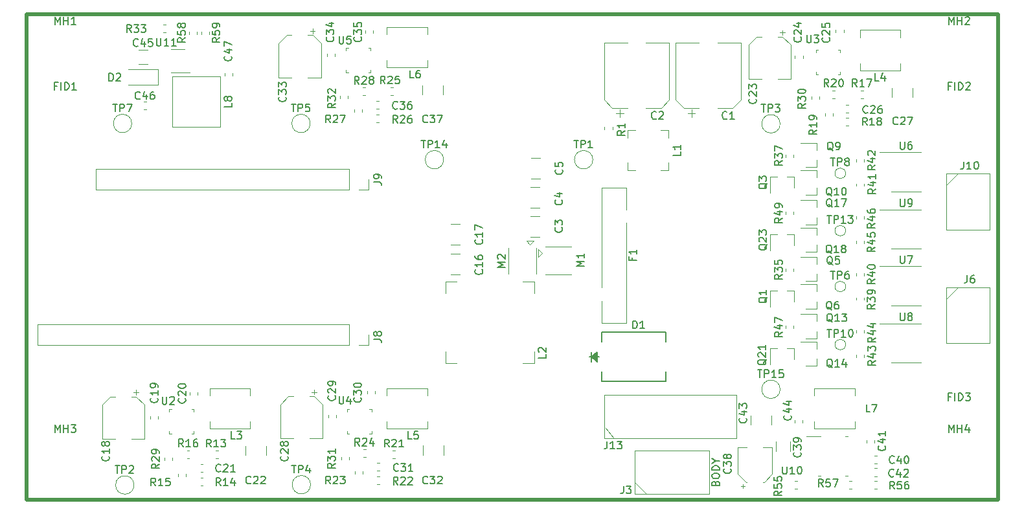
<source format=gto>
G04 #@! TF.GenerationSoftware,KiCad,Pcbnew,(5.1.5)-3*
G04 #@! TF.CreationDate,2020-03-04T17:17:07-08:00*
G04 #@! TF.ProjectId,tail,7461696c-2e6b-4696-9361-645f70636258,rev?*
G04 #@! TF.SameCoordinates,Original*
G04 #@! TF.FileFunction,Legend,Top*
G04 #@! TF.FilePolarity,Positive*
%FSLAX46Y46*%
G04 Gerber Fmt 4.6, Leading zero omitted, Abs format (unit mm)*
G04 Created by KiCad (PCBNEW (5.1.5)-3) date 2020-03-04 17:17:07*
%MOMM*%
%LPD*%
G04 APERTURE LIST*
%ADD10C,0.150000*%
%ADD11C,0.508000*%
%ADD12C,0.120000*%
%ADD13C,0.152400*%
G04 APERTURE END LIST*
D10*
X166298571Y-124824952D02*
X166346190Y-124682095D01*
X166393809Y-124634476D01*
X166489047Y-124586857D01*
X166631904Y-124586857D01*
X166727142Y-124634476D01*
X166774761Y-124682095D01*
X166822380Y-124777333D01*
X166822380Y-125158285D01*
X165822380Y-125158285D01*
X165822380Y-124824952D01*
X165870000Y-124729714D01*
X165917619Y-124682095D01*
X166012857Y-124634476D01*
X166108095Y-124634476D01*
X166203333Y-124682095D01*
X166250952Y-124729714D01*
X166298571Y-124824952D01*
X166298571Y-125158285D01*
X165822380Y-123967809D02*
X165822380Y-123777333D01*
X165870000Y-123682095D01*
X165965238Y-123586857D01*
X166155714Y-123539238D01*
X166489047Y-123539238D01*
X166679523Y-123586857D01*
X166774761Y-123682095D01*
X166822380Y-123777333D01*
X166822380Y-123967809D01*
X166774761Y-124063047D01*
X166679523Y-124158285D01*
X166489047Y-124205904D01*
X166155714Y-124205904D01*
X165965238Y-124158285D01*
X165870000Y-124063047D01*
X165822380Y-123967809D01*
X166822380Y-123110666D02*
X165822380Y-123110666D01*
X165822380Y-122872571D01*
X165870000Y-122729714D01*
X165965238Y-122634476D01*
X166060476Y-122586857D01*
X166250952Y-122539238D01*
X166393809Y-122539238D01*
X166584285Y-122586857D01*
X166679523Y-122634476D01*
X166774761Y-122729714D01*
X166822380Y-122872571D01*
X166822380Y-123110666D01*
X166346190Y-121920190D02*
X166822380Y-121920190D01*
X165822380Y-122253523D02*
X166346190Y-121920190D01*
X165822380Y-121586857D01*
D11*
X76200000Y-63500000D02*
X76200000Y-127000000D01*
X203200000Y-63500000D02*
X76200000Y-63500000D01*
X203200000Y-127000000D02*
X203200000Y-63500000D01*
X76200000Y-127000000D02*
X203200000Y-127000000D01*
D12*
X197993000Y-84328000D02*
X196469000Y-85852000D01*
X196469000Y-84328000D02*
X202133200Y-84328000D01*
X196469000Y-91652000D02*
X202133200Y-91652000D01*
X196469000Y-84328000D02*
X196469000Y-91652000D01*
X202133200Y-91652000D02*
X202133200Y-84328000D01*
X197993000Y-99187000D02*
X196469000Y-100711000D01*
X196469000Y-99187000D02*
X202133200Y-99187000D01*
X196469000Y-106511000D02*
X202133200Y-106511000D01*
X196469000Y-99187000D02*
X196469000Y-106511000D01*
X202133200Y-106511000D02*
X202133200Y-99187000D01*
X176043000Y-120617064D02*
X176043000Y-119412936D01*
X174223000Y-120617064D02*
X174223000Y-119412936D01*
X169640000Y-125178000D02*
X170140000Y-125178000D01*
X169890000Y-125428000D02*
X169890000Y-124928000D01*
X172645563Y-124688000D02*
X173710000Y-123623563D01*
X170254437Y-124688000D02*
X169190000Y-123623563D01*
X170254437Y-124688000D02*
X170390000Y-124688000D01*
X172645563Y-124688000D02*
X172510000Y-124688000D01*
X173710000Y-123623563D02*
X173710000Y-120168000D01*
X169190000Y-123623563D02*
X169190000Y-120168000D01*
X169190000Y-120168000D02*
X170390000Y-120168000D01*
X173710000Y-120168000D02*
X172510000Y-120168000D01*
X127990000Y-72797936D02*
X127990000Y-74002064D01*
X130710000Y-72797936D02*
X130710000Y-74002064D01*
X128040000Y-119920936D02*
X128040000Y-121125064D01*
X130760000Y-119920936D02*
X130760000Y-121125064D01*
X189312000Y-73147936D02*
X189312000Y-74352064D01*
X192032000Y-73147936D02*
X192032000Y-74352064D01*
X104870000Y-119937936D02*
X104870000Y-121142064D01*
X107590000Y-119937936D02*
X107590000Y-121142064D01*
X143150000Y-95200000D02*
X143650000Y-94700000D01*
X143150000Y-94200000D02*
X143150000Y-95200000D01*
X143650000Y-94700000D02*
X143150000Y-94200000D01*
X144050000Y-93900000D02*
X147450000Y-93900000D01*
X147450000Y-97500000D02*
X144050000Y-97500000D01*
X141550000Y-93150000D02*
X142050000Y-93650000D01*
X142550000Y-93150000D02*
X141550000Y-93150000D01*
X142050000Y-93650000D02*
X142550000Y-93150000D01*
X142850000Y-94050000D02*
X142850000Y-97450000D01*
X139250000Y-97450000D02*
X139250000Y-94050000D01*
X183218248Y-123852000D02*
X183582000Y-123852000D01*
X180045752Y-123852000D02*
X179682000Y-123852000D01*
X183218248Y-118732000D02*
X183582000Y-118732000D01*
X180045752Y-118732000D02*
X178182000Y-118732000D01*
X151892000Y-117602000D02*
X152908000Y-118872000D01*
X169062400Y-118948200D02*
X169062400Y-113258600D01*
X151790400Y-118948200D02*
X169062400Y-118948200D01*
X151790400Y-118948200D02*
X151790400Y-113284000D01*
X151790400Y-113284000D02*
X169062400Y-113258600D01*
X155702000Y-124714000D02*
X157226000Y-126238000D01*
X155702000Y-126238000D02*
X155702000Y-120573800D01*
X165455600Y-126238000D02*
X165455600Y-120573800D01*
X155702000Y-126238000D02*
X165455600Y-126238000D01*
X165455600Y-120573800D02*
X155702000Y-120573800D01*
X142120936Y-92610000D02*
X143325064Y-92610000D01*
X142120936Y-89890000D02*
X143325064Y-89890000D01*
X142170936Y-84998000D02*
X143375064Y-84998000D01*
X142170936Y-82278000D02*
X143375064Y-82278000D01*
X183300000Y-106700000D02*
G75*
G03X183300000Y-106700000I-700000J0D01*
G01*
X179560000Y-105880000D02*
X178100000Y-105880000D01*
X179560000Y-102720000D02*
X177400000Y-102720000D01*
X179560000Y-102720000D02*
X179560000Y-103650000D01*
X179560000Y-105880000D02*
X179560000Y-104950000D01*
X191200000Y-96440000D02*
X187750000Y-96440000D01*
X191200000Y-96440000D02*
X193150000Y-96440000D01*
X191200000Y-101560000D02*
X189250000Y-101560000D01*
X191200000Y-101560000D02*
X193150000Y-101560000D01*
X89980000Y-77774000D02*
G75*
G03X89980000Y-77774000I-1200000J0D01*
G01*
X102106000Y-71211221D02*
X102106000Y-71536779D01*
X103126000Y-71211221D02*
X103126000Y-71536779D01*
X95132000Y-71100000D02*
X97562000Y-71100000D01*
X96892000Y-68030000D02*
X95132000Y-68030000D01*
X99102000Y-65757221D02*
X99102000Y-66082779D01*
X100122000Y-65757221D02*
X100122000Y-66082779D01*
X98472000Y-66082779D02*
X98472000Y-65757221D01*
X97452000Y-66082779D02*
X97452000Y-65757221D01*
X93412000Y-72720000D02*
X89562000Y-72720000D01*
X93412000Y-70720000D02*
X89562000Y-70720000D01*
X93412000Y-72720000D02*
X93412000Y-70720000D01*
X90837936Y-69980000D02*
X92042064Y-69980000D01*
X90837936Y-68160000D02*
X92042064Y-68160000D01*
X94396779Y-64810000D02*
X94071221Y-64810000D01*
X94396779Y-65830000D02*
X94071221Y-65830000D01*
X91531221Y-75948000D02*
X91856779Y-75948000D01*
X91531221Y-74928000D02*
X91856779Y-74928000D01*
X191200000Y-89040000D02*
X187750000Y-89040000D01*
X191200000Y-89040000D02*
X193150000Y-89040000D01*
X191200000Y-94160000D02*
X189250000Y-94160000D01*
X191200000Y-94160000D02*
X193150000Y-94160000D01*
X191200000Y-103940000D02*
X187750000Y-103940000D01*
X191200000Y-103940000D02*
X193150000Y-103940000D01*
X191200000Y-109060000D02*
X189250000Y-109060000D01*
X191200000Y-109060000D02*
X193150000Y-109060000D01*
X191200000Y-81540000D02*
X187750000Y-81540000D01*
X191200000Y-81540000D02*
X193150000Y-81540000D01*
X191200000Y-86660000D02*
X189250000Y-86660000D01*
X191200000Y-86660000D02*
X193150000Y-86660000D01*
X183300000Y-91800000D02*
G75*
G03X183300000Y-91800000I-700000J0D01*
G01*
X183300000Y-84300000D02*
G75*
G03X183300000Y-84300000I-700000J0D01*
G01*
X183300000Y-99100000D02*
G75*
G03X183300000Y-99100000I-700000J0D01*
G01*
X176510000Y-89662779D02*
X176510000Y-89337221D01*
X175490000Y-89662779D02*
X175490000Y-89337221D01*
X176510000Y-104562779D02*
X176510000Y-104237221D01*
X175490000Y-104562779D02*
X175490000Y-104237221D01*
X185710000Y-90262779D02*
X185710000Y-89937221D01*
X184690000Y-90262779D02*
X184690000Y-89937221D01*
X184690000Y-93137221D02*
X184690000Y-93462779D01*
X185710000Y-93137221D02*
X185710000Y-93462779D01*
X185710000Y-105162779D02*
X185710000Y-104837221D01*
X184690000Y-105162779D02*
X184690000Y-104837221D01*
X184690000Y-108037221D02*
X184690000Y-108362779D01*
X185710000Y-108037221D02*
X185710000Y-108362779D01*
X184690000Y-82437221D02*
X184690000Y-82762779D01*
X185710000Y-82437221D02*
X185710000Y-82762779D01*
X185710000Y-85962779D02*
X185710000Y-85637221D01*
X184690000Y-85962779D02*
X184690000Y-85637221D01*
X184690000Y-97337221D02*
X184690000Y-97662779D01*
X185710000Y-97337221D02*
X185710000Y-97662779D01*
X185710000Y-100862779D02*
X185710000Y-100537221D01*
X184690000Y-100862779D02*
X184690000Y-100537221D01*
X176510000Y-82162779D02*
X176510000Y-81837221D01*
X175490000Y-82162779D02*
X175490000Y-81837221D01*
X176510000Y-97062779D02*
X176510000Y-96737221D01*
X175490000Y-97062779D02*
X175490000Y-96737221D01*
X176580000Y-92240000D02*
X176580000Y-93700000D01*
X173420000Y-92240000D02*
X173420000Y-94400000D01*
X173420000Y-92240000D02*
X174350000Y-92240000D01*
X176580000Y-92240000D02*
X175650000Y-92240000D01*
X176580000Y-107140000D02*
X176580000Y-108600000D01*
X173420000Y-107140000D02*
X173420000Y-109300000D01*
X173420000Y-107140000D02*
X174350000Y-107140000D01*
X176580000Y-107140000D02*
X175650000Y-107140000D01*
X179560000Y-94580000D02*
X178100000Y-94580000D01*
X179560000Y-91420000D02*
X177400000Y-91420000D01*
X179560000Y-91420000D02*
X179560000Y-92350000D01*
X179560000Y-94580000D02*
X179560000Y-93650000D01*
X179560000Y-90980000D02*
X178100000Y-90980000D01*
X179560000Y-87820000D02*
X177400000Y-87820000D01*
X179560000Y-87820000D02*
X179560000Y-88750000D01*
X179560000Y-90980000D02*
X179560000Y-90050000D01*
X179560000Y-109480000D02*
X178100000Y-109480000D01*
X179560000Y-106320000D02*
X177400000Y-106320000D01*
X179560000Y-106320000D02*
X179560000Y-107250000D01*
X179560000Y-109480000D02*
X179560000Y-108550000D01*
X179560000Y-87080000D02*
X178100000Y-87080000D01*
X179560000Y-83920000D02*
X177400000Y-83920000D01*
X179560000Y-83920000D02*
X179560000Y-84850000D01*
X179560000Y-87080000D02*
X179560000Y-86150000D01*
X179560000Y-83480000D02*
X178100000Y-83480000D01*
X179560000Y-80320000D02*
X177400000Y-80320000D01*
X179560000Y-80320000D02*
X179560000Y-81250000D01*
X179560000Y-83480000D02*
X179560000Y-82550000D01*
X179560000Y-101980000D02*
X178100000Y-101980000D01*
X179560000Y-98820000D02*
X177400000Y-98820000D01*
X179560000Y-98820000D02*
X179560000Y-99750000D01*
X179560000Y-101980000D02*
X179560000Y-101050000D01*
X179560000Y-98380000D02*
X178100000Y-98380000D01*
X179560000Y-95220000D02*
X177400000Y-95220000D01*
X179560000Y-95220000D02*
X179560000Y-96150000D01*
X179560000Y-98380000D02*
X179560000Y-97450000D01*
X176580000Y-84740000D02*
X176580000Y-86200000D01*
X173420000Y-84740000D02*
X173420000Y-86900000D01*
X173420000Y-84740000D02*
X174350000Y-84740000D01*
X176580000Y-84740000D02*
X175650000Y-84740000D01*
X176580000Y-99640000D02*
X176580000Y-101100000D01*
X173420000Y-99640000D02*
X173420000Y-101800000D01*
X173420000Y-99640000D02*
X174350000Y-99640000D01*
X176580000Y-99640000D02*
X175650000Y-99640000D01*
X120974000Y-85090000D02*
X120974000Y-86420000D01*
X120974000Y-86420000D02*
X119644000Y-86420000D01*
X118374000Y-86420000D02*
X85294000Y-86420000D01*
X85294000Y-83760000D02*
X85294000Y-86420000D01*
X118374000Y-83760000D02*
X85294000Y-83760000D01*
X118374000Y-83760000D02*
X118374000Y-86420000D01*
X174734000Y-112542000D02*
G75*
G03X174734000Y-112542000I-1200000J0D01*
G01*
X130740000Y-82513000D02*
G75*
G03X130740000Y-82513000I-1200000J0D01*
G01*
X113300000Y-77774000D02*
G75*
G03X113300000Y-77774000I-1200000J0D01*
G01*
X113354000Y-125020000D02*
G75*
G03X113354000Y-125020000I-1200000J0D01*
G01*
X174734000Y-77824000D02*
G75*
G03X174734000Y-77824000I-1200000J0D01*
G01*
X90274000Y-125060000D02*
G75*
G03X90274000Y-125060000I-1200000J0D01*
G01*
X150250000Y-82513000D02*
G75*
G03X150250000Y-82513000I-1200000J0D01*
G01*
X184084779Y-124532000D02*
X183759221Y-124532000D01*
X184084779Y-125552000D02*
X183759221Y-125552000D01*
X187059221Y-125552000D02*
X187384779Y-125552000D01*
X187059221Y-124532000D02*
X187384779Y-124532000D01*
X176946779Y-124532000D02*
X176621221Y-124532000D01*
X176946779Y-125552000D02*
X176621221Y-125552000D01*
X120175721Y-74108000D02*
X120501279Y-74108000D01*
X120175721Y-73088000D02*
X120501279Y-73088000D01*
X120112000Y-76300779D02*
X120112000Y-75975221D01*
X119092000Y-76300779D02*
X119092000Y-75975221D01*
X121979221Y-77664000D02*
X122304779Y-77664000D01*
X121979221Y-76644000D02*
X122304779Y-76644000D01*
X124114779Y-73088000D02*
X123789221Y-73088000D01*
X124114779Y-74108000D02*
X123789221Y-74108000D01*
X117240000Y-74197221D02*
X117240000Y-74522779D01*
X118260000Y-74197221D02*
X118260000Y-74522779D01*
X120233221Y-121414000D02*
X120558779Y-121414000D01*
X120233221Y-120394000D02*
X120558779Y-120394000D01*
X120144000Y-123606779D02*
X120144000Y-123281221D01*
X119124000Y-123606779D02*
X119124000Y-123281221D01*
X122011221Y-124970000D02*
X122336779Y-124970000D01*
X122011221Y-123950000D02*
X122336779Y-123950000D01*
X124368779Y-120584000D02*
X124043221Y-120584000D01*
X124368779Y-121604000D02*
X124043221Y-121604000D01*
X117346000Y-121437221D02*
X117346000Y-121762779D01*
X118366000Y-121437221D02*
X118366000Y-121762779D01*
X181549221Y-74466000D02*
X181874779Y-74466000D01*
X181549221Y-73446000D02*
X181874779Y-73446000D01*
X181612000Y-76743779D02*
X181612000Y-76418221D01*
X180592000Y-76743779D02*
X180592000Y-76418221D01*
X183327221Y-78022000D02*
X183652779Y-78022000D01*
X183327221Y-77002000D02*
X183652779Y-77002000D01*
X185582779Y-73446000D02*
X185257221Y-73446000D01*
X185582779Y-74466000D02*
X185257221Y-74466000D01*
X178814000Y-74237221D02*
X178814000Y-74562779D01*
X179834000Y-74237221D02*
X179834000Y-74562779D01*
X97187221Y-121560000D02*
X97512779Y-121560000D01*
X97187221Y-120540000D02*
X97512779Y-120540000D01*
X97098000Y-123952779D02*
X97098000Y-123627221D01*
X96078000Y-123952779D02*
X96078000Y-123627221D01*
X98965221Y-125100000D02*
X99290779Y-125100000D01*
X98965221Y-124080000D02*
X99290779Y-124080000D01*
X101254779Y-120540000D02*
X100929221Y-120540000D01*
X101254779Y-121560000D02*
X100929221Y-121560000D01*
X94232000Y-121503221D02*
X94232000Y-121828779D01*
X95252000Y-121503221D02*
X95252000Y-121828779D01*
X152810000Y-78521779D02*
X152810000Y-78196221D01*
X151790000Y-78521779D02*
X151790000Y-78196221D01*
X184504000Y-117682000D02*
X184504000Y-116737000D01*
X179224000Y-117682000D02*
X184504000Y-117682000D01*
X179224000Y-116737000D02*
X179224000Y-117682000D01*
X184504000Y-112402000D02*
X184504000Y-113347000D01*
X179224000Y-112402000D02*
X184504000Y-112402000D01*
X179224000Y-113347000D02*
X179224000Y-112402000D01*
X123344000Y-65178000D02*
X123344000Y-66123000D01*
X128624000Y-65178000D02*
X123344000Y-65178000D01*
X128624000Y-66123000D02*
X128624000Y-65178000D01*
X123344000Y-70458000D02*
X123344000Y-69513000D01*
X128624000Y-70458000D02*
X123344000Y-70458000D01*
X128624000Y-69513000D02*
X128624000Y-70458000D01*
X123344000Y-112422000D02*
X123344000Y-113367000D01*
X128624000Y-112422000D02*
X123344000Y-112422000D01*
X128624000Y-113367000D02*
X128624000Y-112422000D01*
X123344000Y-117702000D02*
X123344000Y-116757000D01*
X128624000Y-117702000D02*
X123344000Y-117702000D01*
X128624000Y-116757000D02*
X128624000Y-117702000D01*
X185182000Y-65559000D02*
X185182000Y-66504000D01*
X190462000Y-65559000D02*
X185182000Y-65559000D01*
X190462000Y-66504000D02*
X190462000Y-65559000D01*
X185182000Y-70839000D02*
X185182000Y-69894000D01*
X190462000Y-70839000D02*
X185182000Y-70839000D01*
X190462000Y-69894000D02*
X190462000Y-70839000D01*
X100198000Y-112422000D02*
X100198000Y-113367000D01*
X105478000Y-112422000D02*
X100198000Y-112422000D01*
X105478000Y-113367000D02*
X105478000Y-112422000D01*
X100198000Y-117702000D02*
X100198000Y-116757000D01*
X105478000Y-117702000D02*
X100198000Y-117702000D01*
X105478000Y-116757000D02*
X105478000Y-117702000D01*
X177675000Y-116904779D02*
X177675000Y-116579221D01*
X176655000Y-116904779D02*
X176655000Y-116579221D01*
X173572000Y-117188064D02*
X173572000Y-115983936D01*
X170852000Y-117188064D02*
X170852000Y-115983936D01*
X187384779Y-122882000D02*
X187059221Y-122882000D01*
X187384779Y-123902000D02*
X187059221Y-123902000D01*
X186012000Y-119179221D02*
X186012000Y-119504779D01*
X187032000Y-119179221D02*
X187032000Y-119504779D01*
X187059221Y-122252000D02*
X187384779Y-122252000D01*
X187059221Y-121232000D02*
X187384779Y-121232000D01*
X132902064Y-90909000D02*
X131697936Y-90909000D01*
X132902064Y-93629000D02*
X131697936Y-93629000D01*
X132902064Y-94840000D02*
X131697936Y-94840000D01*
X132902064Y-97560000D02*
X131697936Y-97560000D01*
X142120936Y-88829000D02*
X143325064Y-88829000D01*
X142120936Y-86109000D02*
X143325064Y-86109000D01*
X122304779Y-74866000D02*
X121979221Y-74866000D01*
X122304779Y-75886000D02*
X121979221Y-75886000D01*
X120540000Y-65637221D02*
X120540000Y-65962779D01*
X121560000Y-65637221D02*
X121560000Y-65962779D01*
X115544000Y-68671221D02*
X115544000Y-68996779D01*
X116564000Y-68671221D02*
X116564000Y-68996779D01*
X113947500Y-65687500D02*
X113322500Y-65687500D01*
X113635000Y-65375000D02*
X113635000Y-66000000D01*
X110254437Y-66240000D02*
X109190000Y-67304437D01*
X113645563Y-66240000D02*
X114710000Y-67304437D01*
X113645563Y-66240000D02*
X113010000Y-66240000D01*
X110254437Y-66240000D02*
X110890000Y-66240000D01*
X109190000Y-67304437D02*
X109190000Y-71760000D01*
X114710000Y-67304437D02*
X114710000Y-71760000D01*
X114710000Y-71760000D02*
X113010000Y-71760000D01*
X109190000Y-71760000D02*
X110890000Y-71760000D01*
X122336779Y-122172000D02*
X122011221Y-122172000D01*
X122336779Y-123192000D02*
X122011221Y-123192000D01*
X120775000Y-112740221D02*
X120775000Y-113065779D01*
X121795000Y-112740221D02*
X121795000Y-113065779D01*
X115695000Y-115915221D02*
X115695000Y-116240779D01*
X116715000Y-115915221D02*
X116715000Y-116240779D01*
X114138500Y-112917500D02*
X113513500Y-112917500D01*
X113826000Y-112605000D02*
X113826000Y-113230000D01*
X110445437Y-113470000D02*
X109381000Y-114534437D01*
X113836563Y-113470000D02*
X114901000Y-114534437D01*
X113836563Y-113470000D02*
X113201000Y-113470000D01*
X110445437Y-113470000D02*
X111081000Y-113470000D01*
X109381000Y-114534437D02*
X109381000Y-118990000D01*
X114901000Y-114534437D02*
X114901000Y-118990000D01*
X114901000Y-118990000D02*
X113201000Y-118990000D01*
X109381000Y-118990000D02*
X111081000Y-118990000D01*
X183652779Y-75309000D02*
X183327221Y-75309000D01*
X183652779Y-76329000D02*
X183327221Y-76329000D01*
X182018000Y-65523221D02*
X182018000Y-65848779D01*
X183038000Y-65523221D02*
X183038000Y-65848779D01*
X176684000Y-68925221D02*
X176684000Y-69250779D01*
X177704000Y-68925221D02*
X177704000Y-69250779D01*
X175352500Y-65887500D02*
X174727500Y-65887500D01*
X175040000Y-65575000D02*
X175040000Y-66200000D01*
X171659437Y-66440000D02*
X170595000Y-67504437D01*
X175050563Y-66440000D02*
X176115000Y-67504437D01*
X175050563Y-66440000D02*
X174415000Y-66440000D01*
X171659437Y-66440000D02*
X172295000Y-66440000D01*
X170595000Y-67504437D02*
X170595000Y-71960000D01*
X176115000Y-67504437D02*
X176115000Y-71960000D01*
X176115000Y-71960000D02*
X174415000Y-71960000D01*
X170595000Y-71960000D02*
X172295000Y-71960000D01*
X99290779Y-122318000D02*
X98965221Y-122318000D01*
X99290779Y-123338000D02*
X98965221Y-123338000D01*
X97570000Y-112947221D02*
X97570000Y-113272779D01*
X98590000Y-112947221D02*
X98590000Y-113272779D01*
X92422000Y-116042221D02*
X92422000Y-116367779D01*
X93442000Y-116042221D02*
X93442000Y-116367779D01*
X90865500Y-112935500D02*
X90240500Y-112935500D01*
X90553000Y-112623000D02*
X90553000Y-113248000D01*
X87172437Y-113488000D02*
X86108000Y-114552437D01*
X90563563Y-113488000D02*
X91628000Y-114552437D01*
X90563563Y-113488000D02*
X89928000Y-113488000D01*
X87172437Y-113488000D02*
X87808000Y-113488000D01*
X86108000Y-114552437D02*
X86108000Y-119008000D01*
X91628000Y-114552437D02*
X91628000Y-119008000D01*
X91628000Y-119008000D02*
X89928000Y-119008000D01*
X86108000Y-119008000D02*
X87808000Y-119008000D01*
X120964000Y-105410000D02*
X120964000Y-106740000D01*
X120964000Y-106740000D02*
X119634000Y-106740000D01*
X118364000Y-106740000D02*
X77664000Y-106740000D01*
X77664000Y-104080000D02*
X77664000Y-106740000D01*
X118364000Y-104080000D02*
X77664000Y-104080000D01*
X118364000Y-104080000D02*
X118364000Y-106740000D01*
D13*
X151053800Y-108300000D02*
X149783800Y-108300000D01*
X150037800Y-107665000D02*
X150037800Y-108935000D01*
X150037800Y-108300000D02*
X150799800Y-107665000D01*
X150037800Y-108300000D02*
X150799800Y-107792000D01*
X150037800Y-108300000D02*
X150799800Y-107919000D01*
X150037800Y-108300000D02*
X150799800Y-108046000D01*
X150037800Y-108300000D02*
X150799800Y-108173000D01*
X150037800Y-108300000D02*
X150799800Y-108935000D01*
X150037800Y-108300000D02*
X150799800Y-108808000D01*
X150037800Y-108300000D02*
X150799800Y-108681000D01*
X150037800Y-108300000D02*
X150799800Y-108554000D01*
X150037800Y-108300000D02*
X150799800Y-108427000D01*
X150799800Y-107665000D02*
X150799800Y-108935000D01*
X151434800Y-111538500D02*
X159816800Y-111538500D01*
X159816800Y-111538500D02*
X159816800Y-110232940D01*
X159816800Y-105061500D02*
X151434800Y-105061500D01*
X151434800Y-105061500D02*
X151434800Y-106367060D01*
X151434800Y-110232940D02*
X151434800Y-111538500D01*
X159816800Y-106367060D02*
X159816800Y-105061500D01*
D12*
X121206000Y-68196000D02*
X121206000Y-67896000D01*
X120906000Y-67896000D02*
X121206000Y-67896000D01*
X120906000Y-71096000D02*
X121206000Y-71096000D01*
X121206000Y-70796000D02*
X121206000Y-71096000D01*
X118306000Y-67896000D02*
X118006000Y-67896000D01*
X118006000Y-68196000D02*
X118006000Y-67896000D01*
X118306000Y-71096000D02*
X118006000Y-71096000D01*
X118006000Y-70796000D02*
X118006000Y-71096000D01*
X121330000Y-115438000D02*
X121330000Y-115138000D01*
X121030000Y-115138000D02*
X121330000Y-115138000D01*
X121030000Y-118338000D02*
X121330000Y-118338000D01*
X121330000Y-118038000D02*
X121330000Y-118338000D01*
X118430000Y-115138000D02*
X118130000Y-115138000D01*
X118130000Y-115438000D02*
X118130000Y-115138000D01*
X118430000Y-118338000D02*
X118130000Y-118338000D01*
X118130000Y-118038000D02*
X118130000Y-118338000D01*
X182604000Y-68450000D02*
X182604000Y-68150000D01*
X182304000Y-68150000D02*
X182604000Y-68150000D01*
X182304000Y-71350000D02*
X182604000Y-71350000D01*
X182604000Y-71050000D02*
X182604000Y-71350000D01*
X179704000Y-68150000D02*
X179404000Y-68150000D01*
X179404000Y-68450000D02*
X179404000Y-68150000D01*
X179704000Y-71350000D02*
X179404000Y-71350000D01*
X179404000Y-71050000D02*
X179404000Y-71350000D01*
X98088000Y-115456000D02*
X98088000Y-115156000D01*
X97788000Y-115156000D02*
X98088000Y-115156000D01*
X97788000Y-118356000D02*
X98088000Y-118356000D01*
X98088000Y-118056000D02*
X98088000Y-118356000D01*
X95188000Y-115156000D02*
X94888000Y-115156000D01*
X94888000Y-115456000D02*
X94888000Y-115156000D01*
X95188000Y-118356000D02*
X94888000Y-118356000D01*
X94888000Y-118056000D02*
X94888000Y-118356000D01*
X101512000Y-78230000D02*
X95312000Y-78230000D01*
X101512000Y-71630000D02*
X95312000Y-71630000D01*
X101512000Y-71630000D02*
X101512000Y-78230000D01*
X95312000Y-71630000D02*
X95312000Y-78230000D01*
X130969000Y-98490000D02*
X130969000Y-99990000D01*
X130969000Y-98490000D02*
X132469000Y-98490000D01*
X142589000Y-98490000D02*
X141089000Y-98490000D01*
X142589000Y-98490000D02*
X142589000Y-99990000D01*
X142589000Y-109110000D02*
X142589000Y-107610000D01*
X130969000Y-109110000D02*
X130969000Y-107610000D01*
X142589000Y-109110000D02*
X141089000Y-109110000D01*
X130969000Y-109110000D02*
X132469000Y-109110000D01*
X160130000Y-83930000D02*
X160130000Y-82905000D01*
X160130000Y-83930000D02*
X159105000Y-83930000D01*
X154830000Y-83930000D02*
X155855000Y-83930000D01*
X154830000Y-83930000D02*
X154830000Y-82905000D01*
X154830000Y-78630000D02*
X154830000Y-79655000D01*
X160130000Y-78630000D02*
X160130000Y-79655000D01*
X154830000Y-78630000D02*
X155855000Y-78630000D01*
X160130000Y-78630000D02*
X159105000Y-78630000D01*
X160260000Y-67210000D02*
X157210000Y-67210000D01*
X151740000Y-67210000D02*
X154790000Y-67210000D01*
X151740000Y-74665563D02*
X151740000Y-67210000D01*
X160260000Y-74665563D02*
X160260000Y-67210000D01*
X159195563Y-75730000D02*
X157210000Y-75730000D01*
X152804437Y-75730000D02*
X154790000Y-75730000D01*
X152804437Y-75730000D02*
X151740000Y-74665563D01*
X159195563Y-75730000D02*
X160260000Y-74665563D01*
X153790000Y-76970000D02*
X153790000Y-75970000D01*
X153290000Y-76470000D02*
X154290000Y-76470000D01*
X169614000Y-67210000D02*
X166564000Y-67210000D01*
X161094000Y-67210000D02*
X164144000Y-67210000D01*
X161094000Y-74665563D02*
X161094000Y-67210000D01*
X169614000Y-74665563D02*
X169614000Y-67210000D01*
X168549563Y-75730000D02*
X166564000Y-75730000D01*
X162158437Y-75730000D02*
X164144000Y-75730000D01*
X162158437Y-75730000D02*
X161094000Y-74665563D01*
X168549563Y-75730000D02*
X169614000Y-74665563D01*
X163144000Y-76970000D02*
X163144000Y-75970000D01*
X162644000Y-76470000D02*
X163644000Y-76470000D01*
X154600000Y-86149000D02*
X154600000Y-89021000D01*
X154600000Y-90779000D02*
X154600000Y-103850000D01*
X151400000Y-86149000D02*
X151400000Y-99222000D01*
X151400000Y-100979000D02*
X151400000Y-103850000D01*
X154600000Y-86149000D02*
X151400000Y-86149000D01*
X154600000Y-103850000D02*
X151400000Y-103850000D01*
D10*
X198707476Y-82764380D02*
X198707476Y-83478666D01*
X198659857Y-83621523D01*
X198564619Y-83716761D01*
X198421761Y-83764380D01*
X198326523Y-83764380D01*
X199707476Y-83764380D02*
X199136047Y-83764380D01*
X199421761Y-83764380D02*
X199421761Y-82764380D01*
X199326523Y-82907238D01*
X199231285Y-83002476D01*
X199136047Y-83050095D01*
X200326523Y-82764380D02*
X200421761Y-82764380D01*
X200517000Y-82812000D01*
X200564619Y-82859619D01*
X200612238Y-82954857D01*
X200659857Y-83145333D01*
X200659857Y-83383428D01*
X200612238Y-83573904D01*
X200564619Y-83669142D01*
X200517000Y-83716761D01*
X200421761Y-83764380D01*
X200326523Y-83764380D01*
X200231285Y-83716761D01*
X200183666Y-83669142D01*
X200136047Y-83573904D01*
X200088428Y-83383428D01*
X200088428Y-83145333D01*
X200136047Y-82954857D01*
X200183666Y-82859619D01*
X200231285Y-82812000D01*
X200326523Y-82764380D01*
X199183666Y-97623380D02*
X199183666Y-98337666D01*
X199136047Y-98480523D01*
X199040809Y-98575761D01*
X198897952Y-98623380D01*
X198802714Y-98623380D01*
X200088428Y-97623380D02*
X199897952Y-97623380D01*
X199802714Y-97671000D01*
X199755095Y-97718619D01*
X199659857Y-97861476D01*
X199612238Y-98051952D01*
X199612238Y-98432904D01*
X199659857Y-98528142D01*
X199707476Y-98575761D01*
X199802714Y-98623380D01*
X199993190Y-98623380D01*
X200088428Y-98575761D01*
X200136047Y-98528142D01*
X200183666Y-98432904D01*
X200183666Y-98194809D01*
X200136047Y-98099571D01*
X200088428Y-98051952D01*
X199993190Y-98004333D01*
X199802714Y-98004333D01*
X199707476Y-98051952D01*
X199659857Y-98099571D01*
X199612238Y-98194809D01*
X197048571Y-113498571D02*
X196715238Y-113498571D01*
X196715238Y-114022380D02*
X196715238Y-113022380D01*
X197191428Y-113022380D01*
X197572380Y-114022380D02*
X197572380Y-113022380D01*
X198048571Y-114022380D02*
X198048571Y-113022380D01*
X198286666Y-113022380D01*
X198429523Y-113070000D01*
X198524761Y-113165238D01*
X198572380Y-113260476D01*
X198620000Y-113450952D01*
X198620000Y-113593809D01*
X198572380Y-113784285D01*
X198524761Y-113879523D01*
X198429523Y-113974761D01*
X198286666Y-114022380D01*
X198048571Y-114022380D01*
X198953333Y-113022380D02*
X199572380Y-113022380D01*
X199239047Y-113403333D01*
X199381904Y-113403333D01*
X199477142Y-113450952D01*
X199524761Y-113498571D01*
X199572380Y-113593809D01*
X199572380Y-113831904D01*
X199524761Y-113927142D01*
X199477142Y-113974761D01*
X199381904Y-114022380D01*
X199096190Y-114022380D01*
X199000952Y-113974761D01*
X198953333Y-113927142D01*
X197048571Y-72858571D02*
X196715238Y-72858571D01*
X196715238Y-73382380D02*
X196715238Y-72382380D01*
X197191428Y-72382380D01*
X197572380Y-73382380D02*
X197572380Y-72382380D01*
X198048571Y-73382380D02*
X198048571Y-72382380D01*
X198286666Y-72382380D01*
X198429523Y-72430000D01*
X198524761Y-72525238D01*
X198572380Y-72620476D01*
X198620000Y-72810952D01*
X198620000Y-72953809D01*
X198572380Y-73144285D01*
X198524761Y-73239523D01*
X198429523Y-73334761D01*
X198286666Y-73382380D01*
X198048571Y-73382380D01*
X199000952Y-72477619D02*
X199048571Y-72430000D01*
X199143809Y-72382380D01*
X199381904Y-72382380D01*
X199477142Y-72430000D01*
X199524761Y-72477619D01*
X199572380Y-72572857D01*
X199572380Y-72668095D01*
X199524761Y-72810952D01*
X198953333Y-73382380D01*
X199572380Y-73382380D01*
X80208571Y-72858571D02*
X79875238Y-72858571D01*
X79875238Y-73382380D02*
X79875238Y-72382380D01*
X80351428Y-72382380D01*
X80732380Y-73382380D02*
X80732380Y-72382380D01*
X81208571Y-73382380D02*
X81208571Y-72382380D01*
X81446666Y-72382380D01*
X81589523Y-72430000D01*
X81684761Y-72525238D01*
X81732380Y-72620476D01*
X81780000Y-72810952D01*
X81780000Y-72953809D01*
X81732380Y-73144285D01*
X81684761Y-73239523D01*
X81589523Y-73334761D01*
X81446666Y-73382380D01*
X81208571Y-73382380D01*
X82732380Y-73382380D02*
X82160952Y-73382380D01*
X82446666Y-73382380D02*
X82446666Y-72382380D01*
X82351428Y-72525238D01*
X82256190Y-72620476D01*
X82160952Y-72668095D01*
X177395142Y-120784857D02*
X177442761Y-120832476D01*
X177490380Y-120975333D01*
X177490380Y-121070571D01*
X177442761Y-121213428D01*
X177347523Y-121308666D01*
X177252285Y-121356285D01*
X177061809Y-121403904D01*
X176918952Y-121403904D01*
X176728476Y-121356285D01*
X176633238Y-121308666D01*
X176538000Y-121213428D01*
X176490380Y-121070571D01*
X176490380Y-120975333D01*
X176538000Y-120832476D01*
X176585619Y-120784857D01*
X176490380Y-120451523D02*
X176490380Y-119832476D01*
X176871333Y-120165809D01*
X176871333Y-120022952D01*
X176918952Y-119927714D01*
X176966571Y-119880095D01*
X177061809Y-119832476D01*
X177299904Y-119832476D01*
X177395142Y-119880095D01*
X177442761Y-119927714D01*
X177490380Y-120022952D01*
X177490380Y-120308666D01*
X177442761Y-120403904D01*
X177395142Y-120451523D01*
X177490380Y-119356285D02*
X177490380Y-119165809D01*
X177442761Y-119070571D01*
X177395142Y-119022952D01*
X177252285Y-118927714D01*
X177061809Y-118880095D01*
X176680857Y-118880095D01*
X176585619Y-118927714D01*
X176538000Y-118975333D01*
X176490380Y-119070571D01*
X176490380Y-119261047D01*
X176538000Y-119356285D01*
X176585619Y-119403904D01*
X176680857Y-119451523D01*
X176918952Y-119451523D01*
X177014190Y-119403904D01*
X177061809Y-119356285D01*
X177109428Y-119261047D01*
X177109428Y-119070571D01*
X177061809Y-118975333D01*
X177014190Y-118927714D01*
X176918952Y-118880095D01*
X168251142Y-122943857D02*
X168298761Y-122991476D01*
X168346380Y-123134333D01*
X168346380Y-123229571D01*
X168298761Y-123372428D01*
X168203523Y-123467666D01*
X168108285Y-123515285D01*
X167917809Y-123562904D01*
X167774952Y-123562904D01*
X167584476Y-123515285D01*
X167489238Y-123467666D01*
X167394000Y-123372428D01*
X167346380Y-123229571D01*
X167346380Y-123134333D01*
X167394000Y-122991476D01*
X167441619Y-122943857D01*
X167346380Y-122610523D02*
X167346380Y-121991476D01*
X167727333Y-122324809D01*
X167727333Y-122181952D01*
X167774952Y-122086714D01*
X167822571Y-122039095D01*
X167917809Y-121991476D01*
X168155904Y-121991476D01*
X168251142Y-122039095D01*
X168298761Y-122086714D01*
X168346380Y-122181952D01*
X168346380Y-122467666D01*
X168298761Y-122562904D01*
X168251142Y-122610523D01*
X167774952Y-121420047D02*
X167727333Y-121515285D01*
X167679714Y-121562904D01*
X167584476Y-121610523D01*
X167536857Y-121610523D01*
X167441619Y-121562904D01*
X167394000Y-121515285D01*
X167346380Y-121420047D01*
X167346380Y-121229571D01*
X167394000Y-121134333D01*
X167441619Y-121086714D01*
X167536857Y-121039095D01*
X167584476Y-121039095D01*
X167679714Y-121086714D01*
X167727333Y-121134333D01*
X167774952Y-121229571D01*
X167774952Y-121420047D01*
X167822571Y-121515285D01*
X167870190Y-121562904D01*
X167965428Y-121610523D01*
X168155904Y-121610523D01*
X168251142Y-121562904D01*
X168298761Y-121515285D01*
X168346380Y-121420047D01*
X168346380Y-121229571D01*
X168298761Y-121134333D01*
X168251142Y-121086714D01*
X168155904Y-121039095D01*
X167965428Y-121039095D01*
X167870190Y-121086714D01*
X167822571Y-121134333D01*
X167774952Y-121229571D01*
X128643142Y-77573142D02*
X128595523Y-77620761D01*
X128452666Y-77668380D01*
X128357428Y-77668380D01*
X128214571Y-77620761D01*
X128119333Y-77525523D01*
X128071714Y-77430285D01*
X128024095Y-77239809D01*
X128024095Y-77096952D01*
X128071714Y-76906476D01*
X128119333Y-76811238D01*
X128214571Y-76716000D01*
X128357428Y-76668380D01*
X128452666Y-76668380D01*
X128595523Y-76716000D01*
X128643142Y-76763619D01*
X128976476Y-76668380D02*
X129595523Y-76668380D01*
X129262190Y-77049333D01*
X129405047Y-77049333D01*
X129500285Y-77096952D01*
X129547904Y-77144571D01*
X129595523Y-77239809D01*
X129595523Y-77477904D01*
X129547904Y-77573142D01*
X129500285Y-77620761D01*
X129405047Y-77668380D01*
X129119333Y-77668380D01*
X129024095Y-77620761D01*
X128976476Y-77573142D01*
X129928857Y-76668380D02*
X130595523Y-76668380D01*
X130166952Y-77668380D01*
X128643142Y-124817142D02*
X128595523Y-124864761D01*
X128452666Y-124912380D01*
X128357428Y-124912380D01*
X128214571Y-124864761D01*
X128119333Y-124769523D01*
X128071714Y-124674285D01*
X128024095Y-124483809D01*
X128024095Y-124340952D01*
X128071714Y-124150476D01*
X128119333Y-124055238D01*
X128214571Y-123960000D01*
X128357428Y-123912380D01*
X128452666Y-123912380D01*
X128595523Y-123960000D01*
X128643142Y-124007619D01*
X128976476Y-123912380D02*
X129595523Y-123912380D01*
X129262190Y-124293333D01*
X129405047Y-124293333D01*
X129500285Y-124340952D01*
X129547904Y-124388571D01*
X129595523Y-124483809D01*
X129595523Y-124721904D01*
X129547904Y-124817142D01*
X129500285Y-124864761D01*
X129405047Y-124912380D01*
X129119333Y-124912380D01*
X129024095Y-124864761D01*
X128976476Y-124817142D01*
X129976476Y-124007619D02*
X130024095Y-123960000D01*
X130119333Y-123912380D01*
X130357428Y-123912380D01*
X130452666Y-123960000D01*
X130500285Y-124007619D01*
X130547904Y-124102857D01*
X130547904Y-124198095D01*
X130500285Y-124340952D01*
X129928857Y-124912380D01*
X130547904Y-124912380D01*
X190111142Y-77827142D02*
X190063523Y-77874761D01*
X189920666Y-77922380D01*
X189825428Y-77922380D01*
X189682571Y-77874761D01*
X189587333Y-77779523D01*
X189539714Y-77684285D01*
X189492095Y-77493809D01*
X189492095Y-77350952D01*
X189539714Y-77160476D01*
X189587333Y-77065238D01*
X189682571Y-76970000D01*
X189825428Y-76922380D01*
X189920666Y-76922380D01*
X190063523Y-76970000D01*
X190111142Y-77017619D01*
X190492095Y-77017619D02*
X190539714Y-76970000D01*
X190634952Y-76922380D01*
X190873047Y-76922380D01*
X190968285Y-76970000D01*
X191015904Y-77017619D01*
X191063523Y-77112857D01*
X191063523Y-77208095D01*
X191015904Y-77350952D01*
X190444476Y-77922380D01*
X191063523Y-77922380D01*
X191396857Y-76922380D02*
X192063523Y-76922380D01*
X191634952Y-77922380D01*
X105529142Y-124817142D02*
X105481523Y-124864761D01*
X105338666Y-124912380D01*
X105243428Y-124912380D01*
X105100571Y-124864761D01*
X105005333Y-124769523D01*
X104957714Y-124674285D01*
X104910095Y-124483809D01*
X104910095Y-124340952D01*
X104957714Y-124150476D01*
X105005333Y-124055238D01*
X105100571Y-123960000D01*
X105243428Y-123912380D01*
X105338666Y-123912380D01*
X105481523Y-123960000D01*
X105529142Y-124007619D01*
X105910095Y-124007619D02*
X105957714Y-123960000D01*
X106052952Y-123912380D01*
X106291047Y-123912380D01*
X106386285Y-123960000D01*
X106433904Y-124007619D01*
X106481523Y-124102857D01*
X106481523Y-124198095D01*
X106433904Y-124340952D01*
X105862476Y-124912380D01*
X106481523Y-124912380D01*
X106862476Y-124007619D02*
X106910095Y-123960000D01*
X107005333Y-123912380D01*
X107243428Y-123912380D01*
X107338666Y-123960000D01*
X107386285Y-124007619D01*
X107433904Y-124102857D01*
X107433904Y-124198095D01*
X107386285Y-124340952D01*
X106814857Y-124912380D01*
X107433904Y-124912380D01*
X149102380Y-96459523D02*
X148102380Y-96459523D01*
X148816666Y-96126190D01*
X148102380Y-95792857D01*
X149102380Y-95792857D01*
X149102380Y-94792857D02*
X149102380Y-95364285D01*
X149102380Y-95078571D02*
X148102380Y-95078571D01*
X148245238Y-95173809D01*
X148340476Y-95269047D01*
X148388095Y-95364285D01*
X138802380Y-96559523D02*
X137802380Y-96559523D01*
X138516666Y-96226190D01*
X137802380Y-95892857D01*
X138802380Y-95892857D01*
X137897619Y-95464285D02*
X137850000Y-95416666D01*
X137802380Y-95321428D01*
X137802380Y-95083333D01*
X137850000Y-94988095D01*
X137897619Y-94940476D01*
X137992857Y-94892857D01*
X138088095Y-94892857D01*
X138230952Y-94940476D01*
X138802380Y-95511904D01*
X138802380Y-94892857D01*
X175037904Y-122642380D02*
X175037904Y-123451904D01*
X175085523Y-123547142D01*
X175133142Y-123594761D01*
X175228380Y-123642380D01*
X175418857Y-123642380D01*
X175514095Y-123594761D01*
X175561714Y-123547142D01*
X175609333Y-123451904D01*
X175609333Y-122642380D01*
X176609333Y-123642380D02*
X176037904Y-123642380D01*
X176323619Y-123642380D02*
X176323619Y-122642380D01*
X176228380Y-122785238D01*
X176133142Y-122880476D01*
X176037904Y-122928095D01*
X177228380Y-122642380D02*
X177323619Y-122642380D01*
X177418857Y-122690000D01*
X177466476Y-122737619D01*
X177514095Y-122832857D01*
X177561714Y-123023333D01*
X177561714Y-123261428D01*
X177514095Y-123451904D01*
X177466476Y-123547142D01*
X177418857Y-123594761D01*
X177323619Y-123642380D01*
X177228380Y-123642380D01*
X177133142Y-123594761D01*
X177085523Y-123547142D01*
X177037904Y-123451904D01*
X176990285Y-123261428D01*
X176990285Y-123023333D01*
X177037904Y-122832857D01*
X177085523Y-122737619D01*
X177133142Y-122690000D01*
X177228380Y-122642380D01*
X152098476Y-119340380D02*
X152098476Y-120054666D01*
X152050857Y-120197523D01*
X151955619Y-120292761D01*
X151812761Y-120340380D01*
X151717523Y-120340380D01*
X153098476Y-120340380D02*
X152527047Y-120340380D01*
X152812761Y-120340380D02*
X152812761Y-119340380D01*
X152717523Y-119483238D01*
X152622285Y-119578476D01*
X152527047Y-119626095D01*
X153431809Y-119340380D02*
X154050857Y-119340380D01*
X153717523Y-119721333D01*
X153860380Y-119721333D01*
X153955619Y-119768952D01*
X154003238Y-119816571D01*
X154050857Y-119911809D01*
X154050857Y-120149904D01*
X154003238Y-120245142D01*
X153955619Y-120292761D01*
X153860380Y-120340380D01*
X153574666Y-120340380D01*
X153479428Y-120292761D01*
X153431809Y-120245142D01*
X154262666Y-125182380D02*
X154262666Y-125896666D01*
X154215047Y-126039523D01*
X154119809Y-126134761D01*
X153976952Y-126182380D01*
X153881714Y-126182380D01*
X154643619Y-125182380D02*
X155262666Y-125182380D01*
X154929333Y-125563333D01*
X155072190Y-125563333D01*
X155167428Y-125610952D01*
X155215047Y-125658571D01*
X155262666Y-125753809D01*
X155262666Y-125991904D01*
X155215047Y-126087142D01*
X155167428Y-126134761D01*
X155072190Y-126182380D01*
X154786476Y-126182380D01*
X154691238Y-126134761D01*
X154643619Y-126087142D01*
X146180142Y-91366666D02*
X146227761Y-91414285D01*
X146275380Y-91557142D01*
X146275380Y-91652380D01*
X146227761Y-91795238D01*
X146132523Y-91890476D01*
X146037285Y-91938095D01*
X145846809Y-91985714D01*
X145703952Y-91985714D01*
X145513476Y-91938095D01*
X145418238Y-91890476D01*
X145323000Y-91795238D01*
X145275380Y-91652380D01*
X145275380Y-91557142D01*
X145323000Y-91414285D01*
X145370619Y-91366666D01*
X145275380Y-91033333D02*
X145275380Y-90414285D01*
X145656333Y-90747619D01*
X145656333Y-90604761D01*
X145703952Y-90509523D01*
X145751571Y-90461904D01*
X145846809Y-90414285D01*
X146084904Y-90414285D01*
X146180142Y-90461904D01*
X146227761Y-90509523D01*
X146275380Y-90604761D01*
X146275380Y-90890476D01*
X146227761Y-90985714D01*
X146180142Y-91033333D01*
X146230142Y-83804666D02*
X146277761Y-83852285D01*
X146325380Y-83995142D01*
X146325380Y-84090380D01*
X146277761Y-84233238D01*
X146182523Y-84328476D01*
X146087285Y-84376095D01*
X145896809Y-84423714D01*
X145753952Y-84423714D01*
X145563476Y-84376095D01*
X145468238Y-84328476D01*
X145373000Y-84233238D01*
X145325380Y-84090380D01*
X145325380Y-83995142D01*
X145373000Y-83852285D01*
X145420619Y-83804666D01*
X145325380Y-82899904D02*
X145325380Y-83376095D01*
X145801571Y-83423714D01*
X145753952Y-83376095D01*
X145706333Y-83280857D01*
X145706333Y-83042761D01*
X145753952Y-82947523D01*
X145801571Y-82899904D01*
X145896809Y-82852285D01*
X146134904Y-82852285D01*
X146230142Y-82899904D01*
X146277761Y-82947523D01*
X146325380Y-83042761D01*
X146325380Y-83280857D01*
X146277761Y-83376095D01*
X146230142Y-83423714D01*
X180861904Y-104704380D02*
X181433333Y-104704380D01*
X181147619Y-105704380D02*
X181147619Y-104704380D01*
X181766666Y-105704380D02*
X181766666Y-104704380D01*
X182147619Y-104704380D01*
X182242857Y-104752000D01*
X182290476Y-104799619D01*
X182338095Y-104894857D01*
X182338095Y-105037714D01*
X182290476Y-105132952D01*
X182242857Y-105180571D01*
X182147619Y-105228190D01*
X181766666Y-105228190D01*
X183290476Y-105704380D02*
X182719047Y-105704380D01*
X183004761Y-105704380D02*
X183004761Y-104704380D01*
X182909523Y-104847238D01*
X182814285Y-104942476D01*
X182719047Y-104990095D01*
X183909523Y-104704380D02*
X184004761Y-104704380D01*
X184100000Y-104752000D01*
X184147619Y-104799619D01*
X184195238Y-104894857D01*
X184242857Y-105085333D01*
X184242857Y-105323428D01*
X184195238Y-105513904D01*
X184147619Y-105609142D01*
X184100000Y-105656761D01*
X184004761Y-105704380D01*
X183909523Y-105704380D01*
X183814285Y-105656761D01*
X183766666Y-105609142D01*
X183719047Y-105513904D01*
X183671428Y-105323428D01*
X183671428Y-105085333D01*
X183719047Y-104894857D01*
X183766666Y-104799619D01*
X183814285Y-104752000D01*
X183909523Y-104704380D01*
X181578571Y-103747619D02*
X181483333Y-103700000D01*
X181388095Y-103604761D01*
X181245238Y-103461904D01*
X181150000Y-103414285D01*
X181054761Y-103414285D01*
X181102380Y-103652380D02*
X181007142Y-103604761D01*
X180911904Y-103509523D01*
X180864285Y-103319047D01*
X180864285Y-102985714D01*
X180911904Y-102795238D01*
X181007142Y-102700000D01*
X181102380Y-102652380D01*
X181292857Y-102652380D01*
X181388095Y-102700000D01*
X181483333Y-102795238D01*
X181530952Y-102985714D01*
X181530952Y-103319047D01*
X181483333Y-103509523D01*
X181388095Y-103604761D01*
X181292857Y-103652380D01*
X181102380Y-103652380D01*
X182483333Y-103652380D02*
X181911904Y-103652380D01*
X182197619Y-103652380D02*
X182197619Y-102652380D01*
X182102380Y-102795238D01*
X182007142Y-102890476D01*
X181911904Y-102938095D01*
X182816666Y-102652380D02*
X183435714Y-102652380D01*
X183102380Y-103033333D01*
X183245238Y-103033333D01*
X183340476Y-103080952D01*
X183388095Y-103128571D01*
X183435714Y-103223809D01*
X183435714Y-103461904D01*
X183388095Y-103557142D01*
X183340476Y-103604761D01*
X183245238Y-103652380D01*
X182959523Y-103652380D01*
X182864285Y-103604761D01*
X182816666Y-103557142D01*
X190438095Y-95052380D02*
X190438095Y-95861904D01*
X190485714Y-95957142D01*
X190533333Y-96004761D01*
X190628571Y-96052380D01*
X190819047Y-96052380D01*
X190914285Y-96004761D01*
X190961904Y-95957142D01*
X191009523Y-95861904D01*
X191009523Y-95052380D01*
X191390476Y-95052380D02*
X192057142Y-95052380D01*
X191628571Y-96052380D01*
X87518095Y-75228380D02*
X88089523Y-75228380D01*
X87803809Y-76228380D02*
X87803809Y-75228380D01*
X88422857Y-76228380D02*
X88422857Y-75228380D01*
X88803809Y-75228380D01*
X88899047Y-75276000D01*
X88946666Y-75323619D01*
X88994285Y-75418857D01*
X88994285Y-75561714D01*
X88946666Y-75656952D01*
X88899047Y-75704571D01*
X88803809Y-75752190D01*
X88422857Y-75752190D01*
X89327619Y-75228380D02*
X89994285Y-75228380D01*
X89565714Y-76228380D01*
X102973142Y-68968857D02*
X103020761Y-69016476D01*
X103068380Y-69159333D01*
X103068380Y-69254571D01*
X103020761Y-69397428D01*
X102925523Y-69492666D01*
X102830285Y-69540285D01*
X102639809Y-69587904D01*
X102496952Y-69587904D01*
X102306476Y-69540285D01*
X102211238Y-69492666D01*
X102116000Y-69397428D01*
X102068380Y-69254571D01*
X102068380Y-69159333D01*
X102116000Y-69016476D01*
X102163619Y-68968857D01*
X102401714Y-68111714D02*
X103068380Y-68111714D01*
X102020761Y-68349809D02*
X102735047Y-68587904D01*
X102735047Y-67968857D01*
X102068380Y-67683142D02*
X102068380Y-67016476D01*
X103068380Y-67445047D01*
X196786666Y-118172380D02*
X196786666Y-117172380D01*
X197120000Y-117886666D01*
X197453333Y-117172380D01*
X197453333Y-118172380D01*
X197929523Y-118172380D02*
X197929523Y-117172380D01*
X197929523Y-117648571D02*
X198500952Y-117648571D01*
X198500952Y-118172380D02*
X198500952Y-117172380D01*
X199405714Y-117505714D02*
X199405714Y-118172380D01*
X199167619Y-117124761D02*
X198929523Y-117839047D01*
X199548571Y-117839047D01*
X79946666Y-118172380D02*
X79946666Y-117172380D01*
X80280000Y-117886666D01*
X80613333Y-117172380D01*
X80613333Y-118172380D01*
X81089523Y-118172380D02*
X81089523Y-117172380D01*
X81089523Y-117648571D02*
X81660952Y-117648571D01*
X81660952Y-118172380D02*
X81660952Y-117172380D01*
X82041904Y-117172380D02*
X82660952Y-117172380D01*
X82327619Y-117553333D01*
X82470476Y-117553333D01*
X82565714Y-117600952D01*
X82613333Y-117648571D01*
X82660952Y-117743809D01*
X82660952Y-117981904D01*
X82613333Y-118077142D01*
X82565714Y-118124761D01*
X82470476Y-118172380D01*
X82184761Y-118172380D01*
X82089523Y-118124761D01*
X82041904Y-118077142D01*
X196786666Y-64832380D02*
X196786666Y-63832380D01*
X197120000Y-64546666D01*
X197453333Y-63832380D01*
X197453333Y-64832380D01*
X197929523Y-64832380D02*
X197929523Y-63832380D01*
X197929523Y-64308571D02*
X198500952Y-64308571D01*
X198500952Y-64832380D02*
X198500952Y-63832380D01*
X198929523Y-63927619D02*
X198977142Y-63880000D01*
X199072380Y-63832380D01*
X199310476Y-63832380D01*
X199405714Y-63880000D01*
X199453333Y-63927619D01*
X199500952Y-64022857D01*
X199500952Y-64118095D01*
X199453333Y-64260952D01*
X198881904Y-64832380D01*
X199500952Y-64832380D01*
X79946666Y-64832380D02*
X79946666Y-63832380D01*
X80280000Y-64546666D01*
X80613333Y-63832380D01*
X80613333Y-64832380D01*
X81089523Y-64832380D02*
X81089523Y-63832380D01*
X81089523Y-64308571D02*
X81660952Y-64308571D01*
X81660952Y-64832380D02*
X81660952Y-63832380D01*
X82660952Y-64832380D02*
X82089523Y-64832380D01*
X82375238Y-64832380D02*
X82375238Y-63832380D01*
X82280000Y-63975238D01*
X82184761Y-64070476D01*
X82089523Y-64118095D01*
X93223904Y-66622380D02*
X93223904Y-67431904D01*
X93271523Y-67527142D01*
X93319142Y-67574761D01*
X93414380Y-67622380D01*
X93604857Y-67622380D01*
X93700095Y-67574761D01*
X93747714Y-67527142D01*
X93795333Y-67431904D01*
X93795333Y-66622380D01*
X94795333Y-67622380D02*
X94223904Y-67622380D01*
X94509619Y-67622380D02*
X94509619Y-66622380D01*
X94414380Y-66765238D01*
X94319142Y-66860476D01*
X94223904Y-66908095D01*
X95747714Y-67622380D02*
X95176285Y-67622380D01*
X95462000Y-67622380D02*
X95462000Y-66622380D01*
X95366761Y-66765238D01*
X95271523Y-66860476D01*
X95176285Y-66908095D01*
X101494380Y-66562857D02*
X101018190Y-66896190D01*
X101494380Y-67134285D02*
X100494380Y-67134285D01*
X100494380Y-66753333D01*
X100542000Y-66658095D01*
X100589619Y-66610476D01*
X100684857Y-66562857D01*
X100827714Y-66562857D01*
X100922952Y-66610476D01*
X100970571Y-66658095D01*
X101018190Y-66753333D01*
X101018190Y-67134285D01*
X100494380Y-65658095D02*
X100494380Y-66134285D01*
X100970571Y-66181904D01*
X100922952Y-66134285D01*
X100875333Y-66039047D01*
X100875333Y-65800952D01*
X100922952Y-65705714D01*
X100970571Y-65658095D01*
X101065809Y-65610476D01*
X101303904Y-65610476D01*
X101399142Y-65658095D01*
X101446761Y-65705714D01*
X101494380Y-65800952D01*
X101494380Y-66039047D01*
X101446761Y-66134285D01*
X101399142Y-66181904D01*
X101494380Y-65134285D02*
X101494380Y-64943809D01*
X101446761Y-64848571D01*
X101399142Y-64800952D01*
X101256285Y-64705714D01*
X101065809Y-64658095D01*
X100684857Y-64658095D01*
X100589619Y-64705714D01*
X100542000Y-64753333D01*
X100494380Y-64848571D01*
X100494380Y-65039047D01*
X100542000Y-65134285D01*
X100589619Y-65181904D01*
X100684857Y-65229523D01*
X100922952Y-65229523D01*
X101018190Y-65181904D01*
X101065809Y-65134285D01*
X101113428Y-65039047D01*
X101113428Y-64848571D01*
X101065809Y-64753333D01*
X101018190Y-64705714D01*
X100922952Y-64658095D01*
X96984380Y-66562857D02*
X96508190Y-66896190D01*
X96984380Y-67134285D02*
X95984380Y-67134285D01*
X95984380Y-66753333D01*
X96032000Y-66658095D01*
X96079619Y-66610476D01*
X96174857Y-66562857D01*
X96317714Y-66562857D01*
X96412952Y-66610476D01*
X96460571Y-66658095D01*
X96508190Y-66753333D01*
X96508190Y-67134285D01*
X95984380Y-65658095D02*
X95984380Y-66134285D01*
X96460571Y-66181904D01*
X96412952Y-66134285D01*
X96365333Y-66039047D01*
X96365333Y-65800952D01*
X96412952Y-65705714D01*
X96460571Y-65658095D01*
X96555809Y-65610476D01*
X96793904Y-65610476D01*
X96889142Y-65658095D01*
X96936761Y-65705714D01*
X96984380Y-65800952D01*
X96984380Y-66039047D01*
X96936761Y-66134285D01*
X96889142Y-66181904D01*
X96412952Y-65039047D02*
X96365333Y-65134285D01*
X96317714Y-65181904D01*
X96222476Y-65229523D01*
X96174857Y-65229523D01*
X96079619Y-65181904D01*
X96032000Y-65134285D01*
X95984380Y-65039047D01*
X95984380Y-64848571D01*
X96032000Y-64753333D01*
X96079619Y-64705714D01*
X96174857Y-64658095D01*
X96222476Y-64658095D01*
X96317714Y-64705714D01*
X96365333Y-64753333D01*
X96412952Y-64848571D01*
X96412952Y-65039047D01*
X96460571Y-65134285D01*
X96508190Y-65181904D01*
X96603428Y-65229523D01*
X96793904Y-65229523D01*
X96889142Y-65181904D01*
X96936761Y-65134285D01*
X96984380Y-65039047D01*
X96984380Y-64848571D01*
X96936761Y-64753333D01*
X96889142Y-64705714D01*
X96793904Y-64658095D01*
X96603428Y-64658095D01*
X96508190Y-64705714D01*
X96460571Y-64753333D01*
X96412952Y-64848571D01*
X87023904Y-72222380D02*
X87023904Y-71222380D01*
X87262000Y-71222380D01*
X87404857Y-71270000D01*
X87500095Y-71365238D01*
X87547714Y-71460476D01*
X87595333Y-71650952D01*
X87595333Y-71793809D01*
X87547714Y-71984285D01*
X87500095Y-72079523D01*
X87404857Y-72174761D01*
X87262000Y-72222380D01*
X87023904Y-72222380D01*
X87976285Y-71317619D02*
X88023904Y-71270000D01*
X88119142Y-71222380D01*
X88357238Y-71222380D01*
X88452476Y-71270000D01*
X88500095Y-71317619D01*
X88547714Y-71412857D01*
X88547714Y-71508095D01*
X88500095Y-71650952D01*
X87928666Y-72222380D01*
X88547714Y-72222380D01*
X90797142Y-67607142D02*
X90749523Y-67654761D01*
X90606666Y-67702380D01*
X90511428Y-67702380D01*
X90368571Y-67654761D01*
X90273333Y-67559523D01*
X90225714Y-67464285D01*
X90178095Y-67273809D01*
X90178095Y-67130952D01*
X90225714Y-66940476D01*
X90273333Y-66845238D01*
X90368571Y-66750000D01*
X90511428Y-66702380D01*
X90606666Y-66702380D01*
X90749523Y-66750000D01*
X90797142Y-66797619D01*
X91654285Y-67035714D02*
X91654285Y-67702380D01*
X91416190Y-66654761D02*
X91178095Y-67369047D01*
X91797142Y-67369047D01*
X92654285Y-66702380D02*
X92178095Y-66702380D01*
X92130476Y-67178571D01*
X92178095Y-67130952D01*
X92273333Y-67083333D01*
X92511428Y-67083333D01*
X92606666Y-67130952D01*
X92654285Y-67178571D01*
X92701904Y-67273809D01*
X92701904Y-67511904D01*
X92654285Y-67607142D01*
X92606666Y-67654761D01*
X92511428Y-67702380D01*
X92273333Y-67702380D01*
X92178095Y-67654761D01*
X92130476Y-67607142D01*
X89908142Y-65857380D02*
X89574809Y-65381190D01*
X89336714Y-65857380D02*
X89336714Y-64857380D01*
X89717666Y-64857380D01*
X89812904Y-64905000D01*
X89860523Y-64952619D01*
X89908142Y-65047857D01*
X89908142Y-65190714D01*
X89860523Y-65285952D01*
X89812904Y-65333571D01*
X89717666Y-65381190D01*
X89336714Y-65381190D01*
X90241476Y-64857380D02*
X90860523Y-64857380D01*
X90527190Y-65238333D01*
X90670047Y-65238333D01*
X90765285Y-65285952D01*
X90812904Y-65333571D01*
X90860523Y-65428809D01*
X90860523Y-65666904D01*
X90812904Y-65762142D01*
X90765285Y-65809761D01*
X90670047Y-65857380D01*
X90384333Y-65857380D01*
X90289095Y-65809761D01*
X90241476Y-65762142D01*
X91193857Y-64857380D02*
X91812904Y-64857380D01*
X91479571Y-65238333D01*
X91622428Y-65238333D01*
X91717666Y-65285952D01*
X91765285Y-65333571D01*
X91812904Y-65428809D01*
X91812904Y-65666904D01*
X91765285Y-65762142D01*
X91717666Y-65809761D01*
X91622428Y-65857380D01*
X91336714Y-65857380D01*
X91241476Y-65809761D01*
X91193857Y-65762142D01*
X91051142Y-74525142D02*
X91003523Y-74572761D01*
X90860666Y-74620380D01*
X90765428Y-74620380D01*
X90622571Y-74572761D01*
X90527333Y-74477523D01*
X90479714Y-74382285D01*
X90432095Y-74191809D01*
X90432095Y-74048952D01*
X90479714Y-73858476D01*
X90527333Y-73763238D01*
X90622571Y-73668000D01*
X90765428Y-73620380D01*
X90860666Y-73620380D01*
X91003523Y-73668000D01*
X91051142Y-73715619D01*
X91908285Y-73953714D02*
X91908285Y-74620380D01*
X91670190Y-73572761D02*
X91432095Y-74287047D01*
X92051142Y-74287047D01*
X92860666Y-73620380D02*
X92670190Y-73620380D01*
X92574952Y-73668000D01*
X92527333Y-73715619D01*
X92432095Y-73858476D01*
X92384476Y-74048952D01*
X92384476Y-74429904D01*
X92432095Y-74525142D01*
X92479714Y-74572761D01*
X92574952Y-74620380D01*
X92765428Y-74620380D01*
X92860666Y-74572761D01*
X92908285Y-74525142D01*
X92955904Y-74429904D01*
X92955904Y-74191809D01*
X92908285Y-74096571D01*
X92860666Y-74048952D01*
X92765428Y-74001333D01*
X92574952Y-74001333D01*
X92479714Y-74048952D01*
X92432095Y-74096571D01*
X92384476Y-74191809D01*
X190438095Y-87652380D02*
X190438095Y-88461904D01*
X190485714Y-88557142D01*
X190533333Y-88604761D01*
X190628571Y-88652380D01*
X190819047Y-88652380D01*
X190914285Y-88604761D01*
X190961904Y-88557142D01*
X191009523Y-88461904D01*
X191009523Y-87652380D01*
X191533333Y-88652380D02*
X191723809Y-88652380D01*
X191819047Y-88604761D01*
X191866666Y-88557142D01*
X191961904Y-88414285D01*
X192009523Y-88223809D01*
X192009523Y-87842857D01*
X191961904Y-87747619D01*
X191914285Y-87700000D01*
X191819047Y-87652380D01*
X191628571Y-87652380D01*
X191533333Y-87700000D01*
X191485714Y-87747619D01*
X191438095Y-87842857D01*
X191438095Y-88080952D01*
X191485714Y-88176190D01*
X191533333Y-88223809D01*
X191628571Y-88271428D01*
X191819047Y-88271428D01*
X191914285Y-88223809D01*
X191961904Y-88176190D01*
X192009523Y-88080952D01*
X190438095Y-102552380D02*
X190438095Y-103361904D01*
X190485714Y-103457142D01*
X190533333Y-103504761D01*
X190628571Y-103552380D01*
X190819047Y-103552380D01*
X190914285Y-103504761D01*
X190961904Y-103457142D01*
X191009523Y-103361904D01*
X191009523Y-102552380D01*
X191628571Y-102980952D02*
X191533333Y-102933333D01*
X191485714Y-102885714D01*
X191438095Y-102790476D01*
X191438095Y-102742857D01*
X191485714Y-102647619D01*
X191533333Y-102600000D01*
X191628571Y-102552380D01*
X191819047Y-102552380D01*
X191914285Y-102600000D01*
X191961904Y-102647619D01*
X192009523Y-102742857D01*
X192009523Y-102790476D01*
X191961904Y-102885714D01*
X191914285Y-102933333D01*
X191819047Y-102980952D01*
X191628571Y-102980952D01*
X191533333Y-103028571D01*
X191485714Y-103076190D01*
X191438095Y-103171428D01*
X191438095Y-103361904D01*
X191485714Y-103457142D01*
X191533333Y-103504761D01*
X191628571Y-103552380D01*
X191819047Y-103552380D01*
X191914285Y-103504761D01*
X191961904Y-103457142D01*
X192009523Y-103361904D01*
X192009523Y-103171428D01*
X191961904Y-103076190D01*
X191914285Y-103028571D01*
X191819047Y-102980952D01*
X190438095Y-80152380D02*
X190438095Y-80961904D01*
X190485714Y-81057142D01*
X190533333Y-81104761D01*
X190628571Y-81152380D01*
X190819047Y-81152380D01*
X190914285Y-81104761D01*
X190961904Y-81057142D01*
X191009523Y-80961904D01*
X191009523Y-80152380D01*
X191914285Y-80152380D02*
X191723809Y-80152380D01*
X191628571Y-80200000D01*
X191580952Y-80247619D01*
X191485714Y-80390476D01*
X191438095Y-80580952D01*
X191438095Y-80961904D01*
X191485714Y-81057142D01*
X191533333Y-81104761D01*
X191628571Y-81152380D01*
X191819047Y-81152380D01*
X191914285Y-81104761D01*
X191961904Y-81057142D01*
X192009523Y-80961904D01*
X192009523Y-80723809D01*
X191961904Y-80628571D01*
X191914285Y-80580952D01*
X191819047Y-80533333D01*
X191628571Y-80533333D01*
X191533333Y-80580952D01*
X191485714Y-80628571D01*
X191438095Y-80723809D01*
X180861904Y-89804380D02*
X181433333Y-89804380D01*
X181147619Y-90804380D02*
X181147619Y-89804380D01*
X181766666Y-90804380D02*
X181766666Y-89804380D01*
X182147619Y-89804380D01*
X182242857Y-89852000D01*
X182290476Y-89899619D01*
X182338095Y-89994857D01*
X182338095Y-90137714D01*
X182290476Y-90232952D01*
X182242857Y-90280571D01*
X182147619Y-90328190D01*
X181766666Y-90328190D01*
X183290476Y-90804380D02*
X182719047Y-90804380D01*
X183004761Y-90804380D02*
X183004761Y-89804380D01*
X182909523Y-89947238D01*
X182814285Y-90042476D01*
X182719047Y-90090095D01*
X183623809Y-89804380D02*
X184242857Y-89804380D01*
X183909523Y-90185333D01*
X184052380Y-90185333D01*
X184147619Y-90232952D01*
X184195238Y-90280571D01*
X184242857Y-90375809D01*
X184242857Y-90613904D01*
X184195238Y-90709142D01*
X184147619Y-90756761D01*
X184052380Y-90804380D01*
X183766666Y-90804380D01*
X183671428Y-90756761D01*
X183623809Y-90709142D01*
X181338095Y-82304380D02*
X181909523Y-82304380D01*
X181623809Y-83304380D02*
X181623809Y-82304380D01*
X182242857Y-83304380D02*
X182242857Y-82304380D01*
X182623809Y-82304380D01*
X182719047Y-82352000D01*
X182766666Y-82399619D01*
X182814285Y-82494857D01*
X182814285Y-82637714D01*
X182766666Y-82732952D01*
X182719047Y-82780571D01*
X182623809Y-82828190D01*
X182242857Y-82828190D01*
X183385714Y-82732952D02*
X183290476Y-82685333D01*
X183242857Y-82637714D01*
X183195238Y-82542476D01*
X183195238Y-82494857D01*
X183242857Y-82399619D01*
X183290476Y-82352000D01*
X183385714Y-82304380D01*
X183576190Y-82304380D01*
X183671428Y-82352000D01*
X183719047Y-82399619D01*
X183766666Y-82494857D01*
X183766666Y-82542476D01*
X183719047Y-82637714D01*
X183671428Y-82685333D01*
X183576190Y-82732952D01*
X183385714Y-82732952D01*
X183290476Y-82780571D01*
X183242857Y-82828190D01*
X183195238Y-82923428D01*
X183195238Y-83113904D01*
X183242857Y-83209142D01*
X183290476Y-83256761D01*
X183385714Y-83304380D01*
X183576190Y-83304380D01*
X183671428Y-83256761D01*
X183719047Y-83209142D01*
X183766666Y-83113904D01*
X183766666Y-82923428D01*
X183719047Y-82828190D01*
X183671428Y-82780571D01*
X183576190Y-82732952D01*
X181338095Y-97104380D02*
X181909523Y-97104380D01*
X181623809Y-98104380D02*
X181623809Y-97104380D01*
X182242857Y-98104380D02*
X182242857Y-97104380D01*
X182623809Y-97104380D01*
X182719047Y-97152000D01*
X182766666Y-97199619D01*
X182814285Y-97294857D01*
X182814285Y-97437714D01*
X182766666Y-97532952D01*
X182719047Y-97580571D01*
X182623809Y-97628190D01*
X182242857Y-97628190D01*
X183671428Y-97104380D02*
X183480952Y-97104380D01*
X183385714Y-97152000D01*
X183338095Y-97199619D01*
X183242857Y-97342476D01*
X183195238Y-97532952D01*
X183195238Y-97913904D01*
X183242857Y-98009142D01*
X183290476Y-98056761D01*
X183385714Y-98104380D01*
X183576190Y-98104380D01*
X183671428Y-98056761D01*
X183719047Y-98009142D01*
X183766666Y-97913904D01*
X183766666Y-97675809D01*
X183719047Y-97580571D01*
X183671428Y-97532952D01*
X183576190Y-97485333D01*
X183385714Y-97485333D01*
X183290476Y-97532952D01*
X183242857Y-97580571D01*
X183195238Y-97675809D01*
X175022380Y-90142857D02*
X174546190Y-90476190D01*
X175022380Y-90714285D02*
X174022380Y-90714285D01*
X174022380Y-90333333D01*
X174070000Y-90238095D01*
X174117619Y-90190476D01*
X174212857Y-90142857D01*
X174355714Y-90142857D01*
X174450952Y-90190476D01*
X174498571Y-90238095D01*
X174546190Y-90333333D01*
X174546190Y-90714285D01*
X174355714Y-89285714D02*
X175022380Y-89285714D01*
X173974761Y-89523809D02*
X174689047Y-89761904D01*
X174689047Y-89142857D01*
X175022380Y-88714285D02*
X175022380Y-88523809D01*
X174974761Y-88428571D01*
X174927142Y-88380952D01*
X174784285Y-88285714D01*
X174593809Y-88238095D01*
X174212857Y-88238095D01*
X174117619Y-88285714D01*
X174070000Y-88333333D01*
X174022380Y-88428571D01*
X174022380Y-88619047D01*
X174070000Y-88714285D01*
X174117619Y-88761904D01*
X174212857Y-88809523D01*
X174450952Y-88809523D01*
X174546190Y-88761904D01*
X174593809Y-88714285D01*
X174641428Y-88619047D01*
X174641428Y-88428571D01*
X174593809Y-88333333D01*
X174546190Y-88285714D01*
X174450952Y-88238095D01*
X175022380Y-105042857D02*
X174546190Y-105376190D01*
X175022380Y-105614285D02*
X174022380Y-105614285D01*
X174022380Y-105233333D01*
X174070000Y-105138095D01*
X174117619Y-105090476D01*
X174212857Y-105042857D01*
X174355714Y-105042857D01*
X174450952Y-105090476D01*
X174498571Y-105138095D01*
X174546190Y-105233333D01*
X174546190Y-105614285D01*
X174355714Y-104185714D02*
X175022380Y-104185714D01*
X173974761Y-104423809D02*
X174689047Y-104661904D01*
X174689047Y-104042857D01*
X174022380Y-103757142D02*
X174022380Y-103090476D01*
X175022380Y-103519047D01*
X187152380Y-90842857D02*
X186676190Y-91176190D01*
X187152380Y-91414285D02*
X186152380Y-91414285D01*
X186152380Y-91033333D01*
X186200000Y-90938095D01*
X186247619Y-90890476D01*
X186342857Y-90842857D01*
X186485714Y-90842857D01*
X186580952Y-90890476D01*
X186628571Y-90938095D01*
X186676190Y-91033333D01*
X186676190Y-91414285D01*
X186485714Y-89985714D02*
X187152380Y-89985714D01*
X186104761Y-90223809D02*
X186819047Y-90461904D01*
X186819047Y-89842857D01*
X186152380Y-89033333D02*
X186152380Y-89223809D01*
X186200000Y-89319047D01*
X186247619Y-89366666D01*
X186390476Y-89461904D01*
X186580952Y-89509523D01*
X186961904Y-89509523D01*
X187057142Y-89461904D01*
X187104761Y-89414285D01*
X187152380Y-89319047D01*
X187152380Y-89128571D01*
X187104761Y-89033333D01*
X187057142Y-88985714D01*
X186961904Y-88938095D01*
X186723809Y-88938095D01*
X186628571Y-88985714D01*
X186580952Y-89033333D01*
X186533333Y-89128571D01*
X186533333Y-89319047D01*
X186580952Y-89414285D01*
X186628571Y-89461904D01*
X186723809Y-89509523D01*
X187152380Y-93942857D02*
X186676190Y-94276190D01*
X187152380Y-94514285D02*
X186152380Y-94514285D01*
X186152380Y-94133333D01*
X186200000Y-94038095D01*
X186247619Y-93990476D01*
X186342857Y-93942857D01*
X186485714Y-93942857D01*
X186580952Y-93990476D01*
X186628571Y-94038095D01*
X186676190Y-94133333D01*
X186676190Y-94514285D01*
X186485714Y-93085714D02*
X187152380Y-93085714D01*
X186104761Y-93323809D02*
X186819047Y-93561904D01*
X186819047Y-92942857D01*
X186152380Y-92085714D02*
X186152380Y-92561904D01*
X186628571Y-92609523D01*
X186580952Y-92561904D01*
X186533333Y-92466666D01*
X186533333Y-92228571D01*
X186580952Y-92133333D01*
X186628571Y-92085714D01*
X186723809Y-92038095D01*
X186961904Y-92038095D01*
X187057142Y-92085714D01*
X187104761Y-92133333D01*
X187152380Y-92228571D01*
X187152380Y-92466666D01*
X187104761Y-92561904D01*
X187057142Y-92609523D01*
X187202380Y-105792857D02*
X186726190Y-106126190D01*
X187202380Y-106364285D02*
X186202380Y-106364285D01*
X186202380Y-105983333D01*
X186250000Y-105888095D01*
X186297619Y-105840476D01*
X186392857Y-105792857D01*
X186535714Y-105792857D01*
X186630952Y-105840476D01*
X186678571Y-105888095D01*
X186726190Y-105983333D01*
X186726190Y-106364285D01*
X186535714Y-104935714D02*
X187202380Y-104935714D01*
X186154761Y-105173809D02*
X186869047Y-105411904D01*
X186869047Y-104792857D01*
X186535714Y-103983333D02*
X187202380Y-103983333D01*
X186154761Y-104221428D02*
X186869047Y-104459523D01*
X186869047Y-103840476D01*
X187202380Y-108792857D02*
X186726190Y-109126190D01*
X187202380Y-109364285D02*
X186202380Y-109364285D01*
X186202380Y-108983333D01*
X186250000Y-108888095D01*
X186297619Y-108840476D01*
X186392857Y-108792857D01*
X186535714Y-108792857D01*
X186630952Y-108840476D01*
X186678571Y-108888095D01*
X186726190Y-108983333D01*
X186726190Y-109364285D01*
X186535714Y-107935714D02*
X187202380Y-107935714D01*
X186154761Y-108173809D02*
X186869047Y-108411904D01*
X186869047Y-107792857D01*
X186202380Y-107507142D02*
X186202380Y-106888095D01*
X186583333Y-107221428D01*
X186583333Y-107078571D01*
X186630952Y-106983333D01*
X186678571Y-106935714D01*
X186773809Y-106888095D01*
X187011904Y-106888095D01*
X187107142Y-106935714D01*
X187154761Y-106983333D01*
X187202380Y-107078571D01*
X187202380Y-107364285D01*
X187154761Y-107459523D01*
X187107142Y-107507142D01*
X187175380Y-83242857D02*
X186699190Y-83576190D01*
X187175380Y-83814285D02*
X186175380Y-83814285D01*
X186175380Y-83433333D01*
X186223000Y-83338095D01*
X186270619Y-83290476D01*
X186365857Y-83242857D01*
X186508714Y-83242857D01*
X186603952Y-83290476D01*
X186651571Y-83338095D01*
X186699190Y-83433333D01*
X186699190Y-83814285D01*
X186508714Y-82385714D02*
X187175380Y-82385714D01*
X186127761Y-82623809D02*
X186842047Y-82861904D01*
X186842047Y-82242857D01*
X186270619Y-81909523D02*
X186223000Y-81861904D01*
X186175380Y-81766666D01*
X186175380Y-81528571D01*
X186223000Y-81433333D01*
X186270619Y-81385714D01*
X186365857Y-81338095D01*
X186461095Y-81338095D01*
X186603952Y-81385714D01*
X187175380Y-81957142D01*
X187175380Y-81338095D01*
X187252380Y-86342857D02*
X186776190Y-86676190D01*
X187252380Y-86914285D02*
X186252380Y-86914285D01*
X186252380Y-86533333D01*
X186300000Y-86438095D01*
X186347619Y-86390476D01*
X186442857Y-86342857D01*
X186585714Y-86342857D01*
X186680952Y-86390476D01*
X186728571Y-86438095D01*
X186776190Y-86533333D01*
X186776190Y-86914285D01*
X186585714Y-85485714D02*
X187252380Y-85485714D01*
X186204761Y-85723809D02*
X186919047Y-85961904D01*
X186919047Y-85342857D01*
X187252380Y-84438095D02*
X187252380Y-85009523D01*
X187252380Y-84723809D02*
X186252380Y-84723809D01*
X186395238Y-84819047D01*
X186490476Y-84914285D01*
X186538095Y-85009523D01*
X187152380Y-98142857D02*
X186676190Y-98476190D01*
X187152380Y-98714285D02*
X186152380Y-98714285D01*
X186152380Y-98333333D01*
X186200000Y-98238095D01*
X186247619Y-98190476D01*
X186342857Y-98142857D01*
X186485714Y-98142857D01*
X186580952Y-98190476D01*
X186628571Y-98238095D01*
X186676190Y-98333333D01*
X186676190Y-98714285D01*
X186485714Y-97285714D02*
X187152380Y-97285714D01*
X186104761Y-97523809D02*
X186819047Y-97761904D01*
X186819047Y-97142857D01*
X186152380Y-96571428D02*
X186152380Y-96476190D01*
X186200000Y-96380952D01*
X186247619Y-96333333D01*
X186342857Y-96285714D01*
X186533333Y-96238095D01*
X186771428Y-96238095D01*
X186961904Y-96285714D01*
X187057142Y-96333333D01*
X187104761Y-96380952D01*
X187152380Y-96476190D01*
X187152380Y-96571428D01*
X187104761Y-96666666D01*
X187057142Y-96714285D01*
X186961904Y-96761904D01*
X186771428Y-96809523D01*
X186533333Y-96809523D01*
X186342857Y-96761904D01*
X186247619Y-96714285D01*
X186200000Y-96666666D01*
X186152380Y-96571428D01*
X187152380Y-101442857D02*
X186676190Y-101776190D01*
X187152380Y-102014285D02*
X186152380Y-102014285D01*
X186152380Y-101633333D01*
X186200000Y-101538095D01*
X186247619Y-101490476D01*
X186342857Y-101442857D01*
X186485714Y-101442857D01*
X186580952Y-101490476D01*
X186628571Y-101538095D01*
X186676190Y-101633333D01*
X186676190Y-102014285D01*
X186152380Y-101109523D02*
X186152380Y-100490476D01*
X186533333Y-100823809D01*
X186533333Y-100680952D01*
X186580952Y-100585714D01*
X186628571Y-100538095D01*
X186723809Y-100490476D01*
X186961904Y-100490476D01*
X187057142Y-100538095D01*
X187104761Y-100585714D01*
X187152380Y-100680952D01*
X187152380Y-100966666D01*
X187104761Y-101061904D01*
X187057142Y-101109523D01*
X187152380Y-100014285D02*
X187152380Y-99823809D01*
X187104761Y-99728571D01*
X187057142Y-99680952D01*
X186914285Y-99585714D01*
X186723809Y-99538095D01*
X186342857Y-99538095D01*
X186247619Y-99585714D01*
X186200000Y-99633333D01*
X186152380Y-99728571D01*
X186152380Y-99919047D01*
X186200000Y-100014285D01*
X186247619Y-100061904D01*
X186342857Y-100109523D01*
X186580952Y-100109523D01*
X186676190Y-100061904D01*
X186723809Y-100014285D01*
X186771428Y-99919047D01*
X186771428Y-99728571D01*
X186723809Y-99633333D01*
X186676190Y-99585714D01*
X186580952Y-99538095D01*
X175022380Y-82642857D02*
X174546190Y-82976190D01*
X175022380Y-83214285D02*
X174022380Y-83214285D01*
X174022380Y-82833333D01*
X174070000Y-82738095D01*
X174117619Y-82690476D01*
X174212857Y-82642857D01*
X174355714Y-82642857D01*
X174450952Y-82690476D01*
X174498571Y-82738095D01*
X174546190Y-82833333D01*
X174546190Y-83214285D01*
X174022380Y-82309523D02*
X174022380Y-81690476D01*
X174403333Y-82023809D01*
X174403333Y-81880952D01*
X174450952Y-81785714D01*
X174498571Y-81738095D01*
X174593809Y-81690476D01*
X174831904Y-81690476D01*
X174927142Y-81738095D01*
X174974761Y-81785714D01*
X175022380Y-81880952D01*
X175022380Y-82166666D01*
X174974761Y-82261904D01*
X174927142Y-82309523D01*
X174022380Y-81357142D02*
X174022380Y-80690476D01*
X175022380Y-81119047D01*
X175022380Y-97542857D02*
X174546190Y-97876190D01*
X175022380Y-98114285D02*
X174022380Y-98114285D01*
X174022380Y-97733333D01*
X174070000Y-97638095D01*
X174117619Y-97590476D01*
X174212857Y-97542857D01*
X174355714Y-97542857D01*
X174450952Y-97590476D01*
X174498571Y-97638095D01*
X174546190Y-97733333D01*
X174546190Y-98114285D01*
X174022380Y-97209523D02*
X174022380Y-96590476D01*
X174403333Y-96923809D01*
X174403333Y-96780952D01*
X174450952Y-96685714D01*
X174498571Y-96638095D01*
X174593809Y-96590476D01*
X174831904Y-96590476D01*
X174927142Y-96638095D01*
X174974761Y-96685714D01*
X175022380Y-96780952D01*
X175022380Y-97066666D01*
X174974761Y-97161904D01*
X174927142Y-97209523D01*
X174022380Y-95685714D02*
X174022380Y-96161904D01*
X174498571Y-96209523D01*
X174450952Y-96161904D01*
X174403333Y-96066666D01*
X174403333Y-95828571D01*
X174450952Y-95733333D01*
X174498571Y-95685714D01*
X174593809Y-95638095D01*
X174831904Y-95638095D01*
X174927142Y-95685714D01*
X174974761Y-95733333D01*
X175022380Y-95828571D01*
X175022380Y-96066666D01*
X174974761Y-96161904D01*
X174927142Y-96209523D01*
X173047619Y-93571428D02*
X173000000Y-93666666D01*
X172904761Y-93761904D01*
X172761904Y-93904761D01*
X172714285Y-94000000D01*
X172714285Y-94095238D01*
X172952380Y-94047619D02*
X172904761Y-94142857D01*
X172809523Y-94238095D01*
X172619047Y-94285714D01*
X172285714Y-94285714D01*
X172095238Y-94238095D01*
X172000000Y-94142857D01*
X171952380Y-94047619D01*
X171952380Y-93857142D01*
X172000000Y-93761904D01*
X172095238Y-93666666D01*
X172285714Y-93619047D01*
X172619047Y-93619047D01*
X172809523Y-93666666D01*
X172904761Y-93761904D01*
X172952380Y-93857142D01*
X172952380Y-94047619D01*
X172047619Y-93238095D02*
X172000000Y-93190476D01*
X171952380Y-93095238D01*
X171952380Y-92857142D01*
X172000000Y-92761904D01*
X172047619Y-92714285D01*
X172142857Y-92666666D01*
X172238095Y-92666666D01*
X172380952Y-92714285D01*
X172952380Y-93285714D01*
X172952380Y-92666666D01*
X171952380Y-92333333D02*
X171952380Y-91714285D01*
X172333333Y-92047619D01*
X172333333Y-91904761D01*
X172380952Y-91809523D01*
X172428571Y-91761904D01*
X172523809Y-91714285D01*
X172761904Y-91714285D01*
X172857142Y-91761904D01*
X172904761Y-91809523D01*
X172952380Y-91904761D01*
X172952380Y-92190476D01*
X172904761Y-92285714D01*
X172857142Y-92333333D01*
X172947619Y-108621428D02*
X172900000Y-108716666D01*
X172804761Y-108811904D01*
X172661904Y-108954761D01*
X172614285Y-109050000D01*
X172614285Y-109145238D01*
X172852380Y-109097619D02*
X172804761Y-109192857D01*
X172709523Y-109288095D01*
X172519047Y-109335714D01*
X172185714Y-109335714D01*
X171995238Y-109288095D01*
X171900000Y-109192857D01*
X171852380Y-109097619D01*
X171852380Y-108907142D01*
X171900000Y-108811904D01*
X171995238Y-108716666D01*
X172185714Y-108669047D01*
X172519047Y-108669047D01*
X172709523Y-108716666D01*
X172804761Y-108811904D01*
X172852380Y-108907142D01*
X172852380Y-109097619D01*
X171947619Y-108288095D02*
X171900000Y-108240476D01*
X171852380Y-108145238D01*
X171852380Y-107907142D01*
X171900000Y-107811904D01*
X171947619Y-107764285D01*
X172042857Y-107716666D01*
X172138095Y-107716666D01*
X172280952Y-107764285D01*
X172852380Y-108335714D01*
X172852380Y-107716666D01*
X172852380Y-106764285D02*
X172852380Y-107335714D01*
X172852380Y-107050000D02*
X171852380Y-107050000D01*
X171995238Y-107145238D01*
X172090476Y-107240476D01*
X172138095Y-107335714D01*
X181478571Y-94772619D02*
X181383333Y-94725000D01*
X181288095Y-94629761D01*
X181145238Y-94486904D01*
X181050000Y-94439285D01*
X180954761Y-94439285D01*
X181002380Y-94677380D02*
X180907142Y-94629761D01*
X180811904Y-94534523D01*
X180764285Y-94344047D01*
X180764285Y-94010714D01*
X180811904Y-93820238D01*
X180907142Y-93725000D01*
X181002380Y-93677380D01*
X181192857Y-93677380D01*
X181288095Y-93725000D01*
X181383333Y-93820238D01*
X181430952Y-94010714D01*
X181430952Y-94344047D01*
X181383333Y-94534523D01*
X181288095Y-94629761D01*
X181192857Y-94677380D01*
X181002380Y-94677380D01*
X182383333Y-94677380D02*
X181811904Y-94677380D01*
X182097619Y-94677380D02*
X182097619Y-93677380D01*
X182002380Y-93820238D01*
X181907142Y-93915476D01*
X181811904Y-93963095D01*
X182954761Y-94105952D02*
X182859523Y-94058333D01*
X182811904Y-94010714D01*
X182764285Y-93915476D01*
X182764285Y-93867857D01*
X182811904Y-93772619D01*
X182859523Y-93725000D01*
X182954761Y-93677380D01*
X183145238Y-93677380D01*
X183240476Y-93725000D01*
X183288095Y-93772619D01*
X183335714Y-93867857D01*
X183335714Y-93915476D01*
X183288095Y-94010714D01*
X183240476Y-94058333D01*
X183145238Y-94105952D01*
X182954761Y-94105952D01*
X182859523Y-94153571D01*
X182811904Y-94201190D01*
X182764285Y-94296428D01*
X182764285Y-94486904D01*
X182811904Y-94582142D01*
X182859523Y-94629761D01*
X182954761Y-94677380D01*
X183145238Y-94677380D01*
X183240476Y-94629761D01*
X183288095Y-94582142D01*
X183335714Y-94486904D01*
X183335714Y-94296428D01*
X183288095Y-94201190D01*
X183240476Y-94153571D01*
X183145238Y-94105952D01*
X181528571Y-88722619D02*
X181433333Y-88675000D01*
X181338095Y-88579761D01*
X181195238Y-88436904D01*
X181100000Y-88389285D01*
X181004761Y-88389285D01*
X181052380Y-88627380D02*
X180957142Y-88579761D01*
X180861904Y-88484523D01*
X180814285Y-88294047D01*
X180814285Y-87960714D01*
X180861904Y-87770238D01*
X180957142Y-87675000D01*
X181052380Y-87627380D01*
X181242857Y-87627380D01*
X181338095Y-87675000D01*
X181433333Y-87770238D01*
X181480952Y-87960714D01*
X181480952Y-88294047D01*
X181433333Y-88484523D01*
X181338095Y-88579761D01*
X181242857Y-88627380D01*
X181052380Y-88627380D01*
X182433333Y-88627380D02*
X181861904Y-88627380D01*
X182147619Y-88627380D02*
X182147619Y-87627380D01*
X182052380Y-87770238D01*
X181957142Y-87865476D01*
X181861904Y-87913095D01*
X182766666Y-87627380D02*
X183433333Y-87627380D01*
X183004761Y-88627380D01*
X181578571Y-109697619D02*
X181483333Y-109650000D01*
X181388095Y-109554761D01*
X181245238Y-109411904D01*
X181150000Y-109364285D01*
X181054761Y-109364285D01*
X181102380Y-109602380D02*
X181007142Y-109554761D01*
X180911904Y-109459523D01*
X180864285Y-109269047D01*
X180864285Y-108935714D01*
X180911904Y-108745238D01*
X181007142Y-108650000D01*
X181102380Y-108602380D01*
X181292857Y-108602380D01*
X181388095Y-108650000D01*
X181483333Y-108745238D01*
X181530952Y-108935714D01*
X181530952Y-109269047D01*
X181483333Y-109459523D01*
X181388095Y-109554761D01*
X181292857Y-109602380D01*
X181102380Y-109602380D01*
X182483333Y-109602380D02*
X181911904Y-109602380D01*
X182197619Y-109602380D02*
X182197619Y-108602380D01*
X182102380Y-108745238D01*
X182007142Y-108840476D01*
X181911904Y-108888095D01*
X183340476Y-108935714D02*
X183340476Y-109602380D01*
X183102380Y-108554761D02*
X182864285Y-109269047D01*
X183483333Y-109269047D01*
X181503571Y-87247619D02*
X181408333Y-87200000D01*
X181313095Y-87104761D01*
X181170238Y-86961904D01*
X181075000Y-86914285D01*
X180979761Y-86914285D01*
X181027380Y-87152380D02*
X180932142Y-87104761D01*
X180836904Y-87009523D01*
X180789285Y-86819047D01*
X180789285Y-86485714D01*
X180836904Y-86295238D01*
X180932142Y-86200000D01*
X181027380Y-86152380D01*
X181217857Y-86152380D01*
X181313095Y-86200000D01*
X181408333Y-86295238D01*
X181455952Y-86485714D01*
X181455952Y-86819047D01*
X181408333Y-87009523D01*
X181313095Y-87104761D01*
X181217857Y-87152380D01*
X181027380Y-87152380D01*
X182408333Y-87152380D02*
X181836904Y-87152380D01*
X182122619Y-87152380D02*
X182122619Y-86152380D01*
X182027380Y-86295238D01*
X181932142Y-86390476D01*
X181836904Y-86438095D01*
X183027380Y-86152380D02*
X183122619Y-86152380D01*
X183217857Y-86200000D01*
X183265476Y-86247619D01*
X183313095Y-86342857D01*
X183360714Y-86533333D01*
X183360714Y-86771428D01*
X183313095Y-86961904D01*
X183265476Y-87057142D01*
X183217857Y-87104761D01*
X183122619Y-87152380D01*
X183027380Y-87152380D01*
X182932142Y-87104761D01*
X182884523Y-87057142D01*
X182836904Y-86961904D01*
X182789285Y-86771428D01*
X182789285Y-86533333D01*
X182836904Y-86342857D01*
X182884523Y-86247619D01*
X182932142Y-86200000D01*
X183027380Y-86152380D01*
X181654761Y-81322619D02*
X181559523Y-81275000D01*
X181464285Y-81179761D01*
X181321428Y-81036904D01*
X181226190Y-80989285D01*
X181130952Y-80989285D01*
X181178571Y-81227380D02*
X181083333Y-81179761D01*
X180988095Y-81084523D01*
X180940476Y-80894047D01*
X180940476Y-80560714D01*
X180988095Y-80370238D01*
X181083333Y-80275000D01*
X181178571Y-80227380D01*
X181369047Y-80227380D01*
X181464285Y-80275000D01*
X181559523Y-80370238D01*
X181607142Y-80560714D01*
X181607142Y-80894047D01*
X181559523Y-81084523D01*
X181464285Y-81179761D01*
X181369047Y-81227380D01*
X181178571Y-81227380D01*
X182083333Y-81227380D02*
X182273809Y-81227380D01*
X182369047Y-81179761D01*
X182416666Y-81132142D01*
X182511904Y-80989285D01*
X182559523Y-80798809D01*
X182559523Y-80417857D01*
X182511904Y-80322619D01*
X182464285Y-80275000D01*
X182369047Y-80227380D01*
X182178571Y-80227380D01*
X182083333Y-80275000D01*
X182035714Y-80322619D01*
X181988095Y-80417857D01*
X181988095Y-80655952D01*
X182035714Y-80751190D01*
X182083333Y-80798809D01*
X182178571Y-80846428D01*
X182369047Y-80846428D01*
X182464285Y-80798809D01*
X182511904Y-80751190D01*
X182559523Y-80655952D01*
X181504761Y-102147619D02*
X181409523Y-102100000D01*
X181314285Y-102004761D01*
X181171428Y-101861904D01*
X181076190Y-101814285D01*
X180980952Y-101814285D01*
X181028571Y-102052380D02*
X180933333Y-102004761D01*
X180838095Y-101909523D01*
X180790476Y-101719047D01*
X180790476Y-101385714D01*
X180838095Y-101195238D01*
X180933333Y-101100000D01*
X181028571Y-101052380D01*
X181219047Y-101052380D01*
X181314285Y-101100000D01*
X181409523Y-101195238D01*
X181457142Y-101385714D01*
X181457142Y-101719047D01*
X181409523Y-101909523D01*
X181314285Y-102004761D01*
X181219047Y-102052380D01*
X181028571Y-102052380D01*
X182314285Y-101052380D02*
X182123809Y-101052380D01*
X182028571Y-101100000D01*
X181980952Y-101147619D01*
X181885714Y-101290476D01*
X181838095Y-101480952D01*
X181838095Y-101861904D01*
X181885714Y-101957142D01*
X181933333Y-102004761D01*
X182028571Y-102052380D01*
X182219047Y-102052380D01*
X182314285Y-102004761D01*
X182361904Y-101957142D01*
X182409523Y-101861904D01*
X182409523Y-101623809D01*
X182361904Y-101528571D01*
X182314285Y-101480952D01*
X182219047Y-101433333D01*
X182028571Y-101433333D01*
X181933333Y-101480952D01*
X181885714Y-101528571D01*
X181838095Y-101623809D01*
X181604761Y-96247619D02*
X181509523Y-96200000D01*
X181414285Y-96104761D01*
X181271428Y-95961904D01*
X181176190Y-95914285D01*
X181080952Y-95914285D01*
X181128571Y-96152380D02*
X181033333Y-96104761D01*
X180938095Y-96009523D01*
X180890476Y-95819047D01*
X180890476Y-95485714D01*
X180938095Y-95295238D01*
X181033333Y-95200000D01*
X181128571Y-95152380D01*
X181319047Y-95152380D01*
X181414285Y-95200000D01*
X181509523Y-95295238D01*
X181557142Y-95485714D01*
X181557142Y-95819047D01*
X181509523Y-96009523D01*
X181414285Y-96104761D01*
X181319047Y-96152380D01*
X181128571Y-96152380D01*
X182461904Y-95152380D02*
X181985714Y-95152380D01*
X181938095Y-95628571D01*
X181985714Y-95580952D01*
X182080952Y-95533333D01*
X182319047Y-95533333D01*
X182414285Y-95580952D01*
X182461904Y-95628571D01*
X182509523Y-95723809D01*
X182509523Y-95961904D01*
X182461904Y-96057142D01*
X182414285Y-96104761D01*
X182319047Y-96152380D01*
X182080952Y-96152380D01*
X181985714Y-96104761D01*
X181938095Y-96057142D01*
X173047619Y-85595238D02*
X173000000Y-85690476D01*
X172904761Y-85785714D01*
X172761904Y-85928571D01*
X172714285Y-86023809D01*
X172714285Y-86119047D01*
X172952380Y-86071428D02*
X172904761Y-86166666D01*
X172809523Y-86261904D01*
X172619047Y-86309523D01*
X172285714Y-86309523D01*
X172095238Y-86261904D01*
X172000000Y-86166666D01*
X171952380Y-86071428D01*
X171952380Y-85880952D01*
X172000000Y-85785714D01*
X172095238Y-85690476D01*
X172285714Y-85642857D01*
X172619047Y-85642857D01*
X172809523Y-85690476D01*
X172904761Y-85785714D01*
X172952380Y-85880952D01*
X172952380Y-86071428D01*
X171952380Y-85309523D02*
X171952380Y-84690476D01*
X172333333Y-85023809D01*
X172333333Y-84880952D01*
X172380952Y-84785714D01*
X172428571Y-84738095D01*
X172523809Y-84690476D01*
X172761904Y-84690476D01*
X172857142Y-84738095D01*
X172904761Y-84785714D01*
X172952380Y-84880952D01*
X172952380Y-85166666D01*
X172904761Y-85261904D01*
X172857142Y-85309523D01*
X173047619Y-100495238D02*
X173000000Y-100590476D01*
X172904761Y-100685714D01*
X172761904Y-100828571D01*
X172714285Y-100923809D01*
X172714285Y-101019047D01*
X172952380Y-100971428D02*
X172904761Y-101066666D01*
X172809523Y-101161904D01*
X172619047Y-101209523D01*
X172285714Y-101209523D01*
X172095238Y-101161904D01*
X172000000Y-101066666D01*
X171952380Y-100971428D01*
X171952380Y-100780952D01*
X172000000Y-100685714D01*
X172095238Y-100590476D01*
X172285714Y-100542857D01*
X172619047Y-100542857D01*
X172809523Y-100590476D01*
X172904761Y-100685714D01*
X172952380Y-100780952D01*
X172952380Y-100971428D01*
X172952380Y-99590476D02*
X172952380Y-100161904D01*
X172952380Y-99876190D02*
X171952380Y-99876190D01*
X172095238Y-99971428D01*
X172190476Y-100066666D01*
X172238095Y-100161904D01*
X121626380Y-85423333D02*
X122340666Y-85423333D01*
X122483523Y-85470952D01*
X122578761Y-85566190D01*
X122626380Y-85709047D01*
X122626380Y-85804285D01*
X122626380Y-84899523D02*
X122626380Y-84709047D01*
X122578761Y-84613809D01*
X122531142Y-84566190D01*
X122388285Y-84470952D01*
X122197809Y-84423333D01*
X121816857Y-84423333D01*
X121721619Y-84470952D01*
X121674000Y-84518571D01*
X121626380Y-84613809D01*
X121626380Y-84804285D01*
X121674000Y-84899523D01*
X121721619Y-84947142D01*
X121816857Y-84994761D01*
X122054952Y-84994761D01*
X122150190Y-84947142D01*
X122197809Y-84899523D01*
X122245428Y-84804285D01*
X122245428Y-84613809D01*
X122197809Y-84518571D01*
X122150190Y-84470952D01*
X122054952Y-84423333D01*
X171795904Y-109996380D02*
X172367333Y-109996380D01*
X172081619Y-110996380D02*
X172081619Y-109996380D01*
X172700666Y-110996380D02*
X172700666Y-109996380D01*
X173081619Y-109996380D01*
X173176857Y-110044000D01*
X173224476Y-110091619D01*
X173272095Y-110186857D01*
X173272095Y-110329714D01*
X173224476Y-110424952D01*
X173176857Y-110472571D01*
X173081619Y-110520190D01*
X172700666Y-110520190D01*
X174224476Y-110996380D02*
X173653047Y-110996380D01*
X173938761Y-110996380D02*
X173938761Y-109996380D01*
X173843523Y-110139238D01*
X173748285Y-110234476D01*
X173653047Y-110282095D01*
X175129238Y-109996380D02*
X174653047Y-109996380D01*
X174605428Y-110472571D01*
X174653047Y-110424952D01*
X174748285Y-110377333D01*
X174986380Y-110377333D01*
X175081619Y-110424952D01*
X175129238Y-110472571D01*
X175176857Y-110567809D01*
X175176857Y-110805904D01*
X175129238Y-110901142D01*
X175081619Y-110948761D01*
X174986380Y-110996380D01*
X174748285Y-110996380D01*
X174653047Y-110948761D01*
X174605428Y-110901142D01*
X127801904Y-79967380D02*
X128373333Y-79967380D01*
X128087619Y-80967380D02*
X128087619Y-79967380D01*
X128706666Y-80967380D02*
X128706666Y-79967380D01*
X129087619Y-79967380D01*
X129182857Y-80015000D01*
X129230476Y-80062619D01*
X129278095Y-80157857D01*
X129278095Y-80300714D01*
X129230476Y-80395952D01*
X129182857Y-80443571D01*
X129087619Y-80491190D01*
X128706666Y-80491190D01*
X130230476Y-80967380D02*
X129659047Y-80967380D01*
X129944761Y-80967380D02*
X129944761Y-79967380D01*
X129849523Y-80110238D01*
X129754285Y-80205476D01*
X129659047Y-80253095D01*
X131087619Y-80300714D02*
X131087619Y-80967380D01*
X130849523Y-79919761D02*
X130611428Y-80634047D01*
X131230476Y-80634047D01*
X110838095Y-75228380D02*
X111409523Y-75228380D01*
X111123809Y-76228380D02*
X111123809Y-75228380D01*
X111742857Y-76228380D02*
X111742857Y-75228380D01*
X112123809Y-75228380D01*
X112219047Y-75276000D01*
X112266666Y-75323619D01*
X112314285Y-75418857D01*
X112314285Y-75561714D01*
X112266666Y-75656952D01*
X112219047Y-75704571D01*
X112123809Y-75752190D01*
X111742857Y-75752190D01*
X113219047Y-75228380D02*
X112742857Y-75228380D01*
X112695238Y-75704571D01*
X112742857Y-75656952D01*
X112838095Y-75609333D01*
X113076190Y-75609333D01*
X113171428Y-75656952D01*
X113219047Y-75704571D01*
X113266666Y-75799809D01*
X113266666Y-76037904D01*
X113219047Y-76133142D01*
X113171428Y-76180761D01*
X113076190Y-76228380D01*
X112838095Y-76228380D01*
X112742857Y-76180761D01*
X112695238Y-76133142D01*
X110892095Y-122474380D02*
X111463523Y-122474380D01*
X111177809Y-123474380D02*
X111177809Y-122474380D01*
X111796857Y-123474380D02*
X111796857Y-122474380D01*
X112177809Y-122474380D01*
X112273047Y-122522000D01*
X112320666Y-122569619D01*
X112368285Y-122664857D01*
X112368285Y-122807714D01*
X112320666Y-122902952D01*
X112273047Y-122950571D01*
X112177809Y-122998190D01*
X111796857Y-122998190D01*
X113225428Y-122807714D02*
X113225428Y-123474380D01*
X112987333Y-122426761D02*
X112749238Y-123141047D01*
X113368285Y-123141047D01*
X172272095Y-75278380D02*
X172843523Y-75278380D01*
X172557809Y-76278380D02*
X172557809Y-75278380D01*
X173176857Y-76278380D02*
X173176857Y-75278380D01*
X173557809Y-75278380D01*
X173653047Y-75326000D01*
X173700666Y-75373619D01*
X173748285Y-75468857D01*
X173748285Y-75611714D01*
X173700666Y-75706952D01*
X173653047Y-75754571D01*
X173557809Y-75802190D01*
X173176857Y-75802190D01*
X174081619Y-75278380D02*
X174700666Y-75278380D01*
X174367333Y-75659333D01*
X174510190Y-75659333D01*
X174605428Y-75706952D01*
X174653047Y-75754571D01*
X174700666Y-75849809D01*
X174700666Y-76087904D01*
X174653047Y-76183142D01*
X174605428Y-76230761D01*
X174510190Y-76278380D01*
X174224476Y-76278380D01*
X174129238Y-76230761D01*
X174081619Y-76183142D01*
X87812095Y-122514380D02*
X88383523Y-122514380D01*
X88097809Y-123514380D02*
X88097809Y-122514380D01*
X88716857Y-123514380D02*
X88716857Y-122514380D01*
X89097809Y-122514380D01*
X89193047Y-122562000D01*
X89240666Y-122609619D01*
X89288285Y-122704857D01*
X89288285Y-122847714D01*
X89240666Y-122942952D01*
X89193047Y-122990571D01*
X89097809Y-123038190D01*
X88716857Y-123038190D01*
X89669238Y-122609619D02*
X89716857Y-122562000D01*
X89812095Y-122514380D01*
X90050190Y-122514380D01*
X90145428Y-122562000D01*
X90193047Y-122609619D01*
X90240666Y-122704857D01*
X90240666Y-122800095D01*
X90193047Y-122942952D01*
X89621619Y-123514380D01*
X90240666Y-123514380D01*
X147788095Y-79967380D02*
X148359523Y-79967380D01*
X148073809Y-80967380D02*
X148073809Y-79967380D01*
X148692857Y-80967380D02*
X148692857Y-79967380D01*
X149073809Y-79967380D01*
X149169047Y-80015000D01*
X149216666Y-80062619D01*
X149264285Y-80157857D01*
X149264285Y-80300714D01*
X149216666Y-80395952D01*
X149169047Y-80443571D01*
X149073809Y-80491190D01*
X148692857Y-80491190D01*
X150216666Y-80967380D02*
X149645238Y-80967380D01*
X149930952Y-80967380D02*
X149930952Y-79967380D01*
X149835714Y-80110238D01*
X149740476Y-80205476D01*
X149645238Y-80253095D01*
X180332142Y-125293380D02*
X179998809Y-124817190D01*
X179760714Y-125293380D02*
X179760714Y-124293380D01*
X180141666Y-124293380D01*
X180236904Y-124341000D01*
X180284523Y-124388619D01*
X180332142Y-124483857D01*
X180332142Y-124626714D01*
X180284523Y-124721952D01*
X180236904Y-124769571D01*
X180141666Y-124817190D01*
X179760714Y-124817190D01*
X181236904Y-124293380D02*
X180760714Y-124293380D01*
X180713095Y-124769571D01*
X180760714Y-124721952D01*
X180855952Y-124674333D01*
X181094047Y-124674333D01*
X181189285Y-124721952D01*
X181236904Y-124769571D01*
X181284523Y-124864809D01*
X181284523Y-125102904D01*
X181236904Y-125198142D01*
X181189285Y-125245761D01*
X181094047Y-125293380D01*
X180855952Y-125293380D01*
X180760714Y-125245761D01*
X180713095Y-125198142D01*
X181617857Y-124293380D02*
X182284523Y-124293380D01*
X181855952Y-125293380D01*
X189679142Y-125594380D02*
X189345809Y-125118190D01*
X189107714Y-125594380D02*
X189107714Y-124594380D01*
X189488666Y-124594380D01*
X189583904Y-124642000D01*
X189631523Y-124689619D01*
X189679142Y-124784857D01*
X189679142Y-124927714D01*
X189631523Y-125022952D01*
X189583904Y-125070571D01*
X189488666Y-125118190D01*
X189107714Y-125118190D01*
X190583904Y-124594380D02*
X190107714Y-124594380D01*
X190060095Y-125070571D01*
X190107714Y-125022952D01*
X190202952Y-124975333D01*
X190441047Y-124975333D01*
X190536285Y-125022952D01*
X190583904Y-125070571D01*
X190631523Y-125165809D01*
X190631523Y-125403904D01*
X190583904Y-125499142D01*
X190536285Y-125546761D01*
X190441047Y-125594380D01*
X190202952Y-125594380D01*
X190107714Y-125546761D01*
X190060095Y-125499142D01*
X191488666Y-124594380D02*
X191298190Y-124594380D01*
X191202952Y-124642000D01*
X191155333Y-124689619D01*
X191060095Y-124832476D01*
X191012476Y-125022952D01*
X191012476Y-125403904D01*
X191060095Y-125499142D01*
X191107714Y-125546761D01*
X191202952Y-125594380D01*
X191393428Y-125594380D01*
X191488666Y-125546761D01*
X191536285Y-125499142D01*
X191583904Y-125403904D01*
X191583904Y-125165809D01*
X191536285Y-125070571D01*
X191488666Y-125022952D01*
X191393428Y-124975333D01*
X191202952Y-124975333D01*
X191107714Y-125022952D01*
X191060095Y-125070571D01*
X191012476Y-125165809D01*
X174950380Y-125864857D02*
X174474190Y-126198190D01*
X174950380Y-126436285D02*
X173950380Y-126436285D01*
X173950380Y-126055333D01*
X173998000Y-125960095D01*
X174045619Y-125912476D01*
X174140857Y-125864857D01*
X174283714Y-125864857D01*
X174378952Y-125912476D01*
X174426571Y-125960095D01*
X174474190Y-126055333D01*
X174474190Y-126436285D01*
X173950380Y-124960095D02*
X173950380Y-125436285D01*
X174426571Y-125483904D01*
X174378952Y-125436285D01*
X174331333Y-125341047D01*
X174331333Y-125102952D01*
X174378952Y-125007714D01*
X174426571Y-124960095D01*
X174521809Y-124912476D01*
X174759904Y-124912476D01*
X174855142Y-124960095D01*
X174902761Y-125007714D01*
X174950380Y-125102952D01*
X174950380Y-125341047D01*
X174902761Y-125436285D01*
X174855142Y-125483904D01*
X173950380Y-124007714D02*
X173950380Y-124483904D01*
X174426571Y-124531523D01*
X174378952Y-124483904D01*
X174331333Y-124388666D01*
X174331333Y-124150571D01*
X174378952Y-124055333D01*
X174426571Y-124007714D01*
X174521809Y-123960095D01*
X174759904Y-123960095D01*
X174855142Y-124007714D01*
X174902761Y-124055333D01*
X174950380Y-124150571D01*
X174950380Y-124388666D01*
X174902761Y-124483904D01*
X174855142Y-124531523D01*
X119695642Y-72620380D02*
X119362309Y-72144190D01*
X119124214Y-72620380D02*
X119124214Y-71620380D01*
X119505166Y-71620380D01*
X119600404Y-71668000D01*
X119648023Y-71715619D01*
X119695642Y-71810857D01*
X119695642Y-71953714D01*
X119648023Y-72048952D01*
X119600404Y-72096571D01*
X119505166Y-72144190D01*
X119124214Y-72144190D01*
X120076595Y-71715619D02*
X120124214Y-71668000D01*
X120219452Y-71620380D01*
X120457547Y-71620380D01*
X120552785Y-71668000D01*
X120600404Y-71715619D01*
X120648023Y-71810857D01*
X120648023Y-71906095D01*
X120600404Y-72048952D01*
X120028976Y-72620380D01*
X120648023Y-72620380D01*
X121219452Y-72048952D02*
X121124214Y-72001333D01*
X121076595Y-71953714D01*
X121028976Y-71858476D01*
X121028976Y-71810857D01*
X121076595Y-71715619D01*
X121124214Y-71668000D01*
X121219452Y-71620380D01*
X121409928Y-71620380D01*
X121505166Y-71668000D01*
X121552785Y-71715619D01*
X121600404Y-71810857D01*
X121600404Y-71858476D01*
X121552785Y-71953714D01*
X121505166Y-72001333D01*
X121409928Y-72048952D01*
X121219452Y-72048952D01*
X121124214Y-72096571D01*
X121076595Y-72144190D01*
X121028976Y-72239428D01*
X121028976Y-72429904D01*
X121076595Y-72525142D01*
X121124214Y-72572761D01*
X121219452Y-72620380D01*
X121409928Y-72620380D01*
X121505166Y-72572761D01*
X121552785Y-72525142D01*
X121600404Y-72429904D01*
X121600404Y-72239428D01*
X121552785Y-72144190D01*
X121505166Y-72096571D01*
X121409928Y-72048952D01*
X115943142Y-77668380D02*
X115609809Y-77192190D01*
X115371714Y-77668380D02*
X115371714Y-76668380D01*
X115752666Y-76668380D01*
X115847904Y-76716000D01*
X115895523Y-76763619D01*
X115943142Y-76858857D01*
X115943142Y-77001714D01*
X115895523Y-77096952D01*
X115847904Y-77144571D01*
X115752666Y-77192190D01*
X115371714Y-77192190D01*
X116324095Y-76763619D02*
X116371714Y-76716000D01*
X116466952Y-76668380D01*
X116705047Y-76668380D01*
X116800285Y-76716000D01*
X116847904Y-76763619D01*
X116895523Y-76858857D01*
X116895523Y-76954095D01*
X116847904Y-77096952D01*
X116276476Y-77668380D01*
X116895523Y-77668380D01*
X117228857Y-76668380D02*
X117895523Y-76668380D01*
X117466952Y-77668380D01*
X124707142Y-77702380D02*
X124373809Y-77226190D01*
X124135714Y-77702380D02*
X124135714Y-76702380D01*
X124516666Y-76702380D01*
X124611904Y-76750000D01*
X124659523Y-76797619D01*
X124707142Y-76892857D01*
X124707142Y-77035714D01*
X124659523Y-77130952D01*
X124611904Y-77178571D01*
X124516666Y-77226190D01*
X124135714Y-77226190D01*
X125088095Y-76797619D02*
X125135714Y-76750000D01*
X125230952Y-76702380D01*
X125469047Y-76702380D01*
X125564285Y-76750000D01*
X125611904Y-76797619D01*
X125659523Y-76892857D01*
X125659523Y-76988095D01*
X125611904Y-77130952D01*
X125040476Y-77702380D01*
X125659523Y-77702380D01*
X126516666Y-76702380D02*
X126326190Y-76702380D01*
X126230952Y-76750000D01*
X126183333Y-76797619D01*
X126088095Y-76940476D01*
X126040476Y-77130952D01*
X126040476Y-77511904D01*
X126088095Y-77607142D01*
X126135714Y-77654761D01*
X126230952Y-77702380D01*
X126421428Y-77702380D01*
X126516666Y-77654761D01*
X126564285Y-77607142D01*
X126611904Y-77511904D01*
X126611904Y-77273809D01*
X126564285Y-77178571D01*
X126516666Y-77130952D01*
X126421428Y-77083333D01*
X126230952Y-77083333D01*
X126135714Y-77130952D01*
X126088095Y-77178571D01*
X126040476Y-77273809D01*
X123087142Y-72588380D02*
X122753809Y-72112190D01*
X122515714Y-72588380D02*
X122515714Y-71588380D01*
X122896666Y-71588380D01*
X122991904Y-71636000D01*
X123039523Y-71683619D01*
X123087142Y-71778857D01*
X123087142Y-71921714D01*
X123039523Y-72016952D01*
X122991904Y-72064571D01*
X122896666Y-72112190D01*
X122515714Y-72112190D01*
X123468095Y-71683619D02*
X123515714Y-71636000D01*
X123610952Y-71588380D01*
X123849047Y-71588380D01*
X123944285Y-71636000D01*
X123991904Y-71683619D01*
X124039523Y-71778857D01*
X124039523Y-71874095D01*
X123991904Y-72016952D01*
X123420476Y-72588380D01*
X124039523Y-72588380D01*
X124944285Y-71588380D02*
X124468095Y-71588380D01*
X124420476Y-72064571D01*
X124468095Y-72016952D01*
X124563333Y-71969333D01*
X124801428Y-71969333D01*
X124896666Y-72016952D01*
X124944285Y-72064571D01*
X124991904Y-72159809D01*
X124991904Y-72397904D01*
X124944285Y-72493142D01*
X124896666Y-72540761D01*
X124801428Y-72588380D01*
X124563333Y-72588380D01*
X124468095Y-72540761D01*
X124420476Y-72493142D01*
X116594380Y-75142857D02*
X116118190Y-75476190D01*
X116594380Y-75714285D02*
X115594380Y-75714285D01*
X115594380Y-75333333D01*
X115642000Y-75238095D01*
X115689619Y-75190476D01*
X115784857Y-75142857D01*
X115927714Y-75142857D01*
X116022952Y-75190476D01*
X116070571Y-75238095D01*
X116118190Y-75333333D01*
X116118190Y-75714285D01*
X115594380Y-74809523D02*
X115594380Y-74190476D01*
X115975333Y-74523809D01*
X115975333Y-74380952D01*
X116022952Y-74285714D01*
X116070571Y-74238095D01*
X116165809Y-74190476D01*
X116403904Y-74190476D01*
X116499142Y-74238095D01*
X116546761Y-74285714D01*
X116594380Y-74380952D01*
X116594380Y-74666666D01*
X116546761Y-74761904D01*
X116499142Y-74809523D01*
X115689619Y-73809523D02*
X115642000Y-73761904D01*
X115594380Y-73666666D01*
X115594380Y-73428571D01*
X115642000Y-73333333D01*
X115689619Y-73285714D01*
X115784857Y-73238095D01*
X115880095Y-73238095D01*
X116022952Y-73285714D01*
X116594380Y-73857142D01*
X116594380Y-73238095D01*
X119753142Y-119926380D02*
X119419809Y-119450190D01*
X119181714Y-119926380D02*
X119181714Y-118926380D01*
X119562666Y-118926380D01*
X119657904Y-118974000D01*
X119705523Y-119021619D01*
X119753142Y-119116857D01*
X119753142Y-119259714D01*
X119705523Y-119354952D01*
X119657904Y-119402571D01*
X119562666Y-119450190D01*
X119181714Y-119450190D01*
X120134095Y-119021619D02*
X120181714Y-118974000D01*
X120276952Y-118926380D01*
X120515047Y-118926380D01*
X120610285Y-118974000D01*
X120657904Y-119021619D01*
X120705523Y-119116857D01*
X120705523Y-119212095D01*
X120657904Y-119354952D01*
X120086476Y-119926380D01*
X120705523Y-119926380D01*
X121562666Y-119259714D02*
X121562666Y-119926380D01*
X121324571Y-118878761D02*
X121086476Y-119593047D01*
X121705523Y-119593047D01*
X115943142Y-124912380D02*
X115609809Y-124436190D01*
X115371714Y-124912380D02*
X115371714Y-123912380D01*
X115752666Y-123912380D01*
X115847904Y-123960000D01*
X115895523Y-124007619D01*
X115943142Y-124102857D01*
X115943142Y-124245714D01*
X115895523Y-124340952D01*
X115847904Y-124388571D01*
X115752666Y-124436190D01*
X115371714Y-124436190D01*
X116324095Y-124007619D02*
X116371714Y-123960000D01*
X116466952Y-123912380D01*
X116705047Y-123912380D01*
X116800285Y-123960000D01*
X116847904Y-124007619D01*
X116895523Y-124102857D01*
X116895523Y-124198095D01*
X116847904Y-124340952D01*
X116276476Y-124912380D01*
X116895523Y-124912380D01*
X117228857Y-123912380D02*
X117847904Y-123912380D01*
X117514571Y-124293333D01*
X117657428Y-124293333D01*
X117752666Y-124340952D01*
X117800285Y-124388571D01*
X117847904Y-124483809D01*
X117847904Y-124721904D01*
X117800285Y-124817142D01*
X117752666Y-124864761D01*
X117657428Y-124912380D01*
X117371714Y-124912380D01*
X117276476Y-124864761D01*
X117228857Y-124817142D01*
X124765142Y-125012380D02*
X124431809Y-124536190D01*
X124193714Y-125012380D02*
X124193714Y-124012380D01*
X124574666Y-124012380D01*
X124669904Y-124060000D01*
X124717523Y-124107619D01*
X124765142Y-124202857D01*
X124765142Y-124345714D01*
X124717523Y-124440952D01*
X124669904Y-124488571D01*
X124574666Y-124536190D01*
X124193714Y-124536190D01*
X125146095Y-124107619D02*
X125193714Y-124060000D01*
X125288952Y-124012380D01*
X125527047Y-124012380D01*
X125622285Y-124060000D01*
X125669904Y-124107619D01*
X125717523Y-124202857D01*
X125717523Y-124298095D01*
X125669904Y-124440952D01*
X125098476Y-125012380D01*
X125717523Y-125012380D01*
X126098476Y-124107619D02*
X126146095Y-124060000D01*
X126241333Y-124012380D01*
X126479428Y-124012380D01*
X126574666Y-124060000D01*
X126622285Y-124107619D01*
X126669904Y-124202857D01*
X126669904Y-124298095D01*
X126622285Y-124440952D01*
X126050857Y-125012380D01*
X126669904Y-125012380D01*
X123617142Y-120086380D02*
X123283809Y-119610190D01*
X123045714Y-120086380D02*
X123045714Y-119086380D01*
X123426666Y-119086380D01*
X123521904Y-119134000D01*
X123569523Y-119181619D01*
X123617142Y-119276857D01*
X123617142Y-119419714D01*
X123569523Y-119514952D01*
X123521904Y-119562571D01*
X123426666Y-119610190D01*
X123045714Y-119610190D01*
X123998095Y-119181619D02*
X124045714Y-119134000D01*
X124140952Y-119086380D01*
X124379047Y-119086380D01*
X124474285Y-119134000D01*
X124521904Y-119181619D01*
X124569523Y-119276857D01*
X124569523Y-119372095D01*
X124521904Y-119514952D01*
X123950476Y-120086380D01*
X124569523Y-120086380D01*
X125521904Y-120086380D02*
X124950476Y-120086380D01*
X125236190Y-120086380D02*
X125236190Y-119086380D01*
X125140952Y-119229238D01*
X125045714Y-119324476D01*
X124950476Y-119372095D01*
X116580380Y-122240857D02*
X116104190Y-122574190D01*
X116580380Y-122812285D02*
X115580380Y-122812285D01*
X115580380Y-122431333D01*
X115628000Y-122336095D01*
X115675619Y-122288476D01*
X115770857Y-122240857D01*
X115913714Y-122240857D01*
X116008952Y-122288476D01*
X116056571Y-122336095D01*
X116104190Y-122431333D01*
X116104190Y-122812285D01*
X115580380Y-121907523D02*
X115580380Y-121288476D01*
X115961333Y-121621809D01*
X115961333Y-121478952D01*
X116008952Y-121383714D01*
X116056571Y-121336095D01*
X116151809Y-121288476D01*
X116389904Y-121288476D01*
X116485142Y-121336095D01*
X116532761Y-121383714D01*
X116580380Y-121478952D01*
X116580380Y-121764666D01*
X116532761Y-121859904D01*
X116485142Y-121907523D01*
X116580380Y-120336095D02*
X116580380Y-120907523D01*
X116580380Y-120621809D02*
X115580380Y-120621809D01*
X115723238Y-120717047D01*
X115818476Y-120812285D01*
X115866095Y-120907523D01*
X181069142Y-72978380D02*
X180735809Y-72502190D01*
X180497714Y-72978380D02*
X180497714Y-71978380D01*
X180878666Y-71978380D01*
X180973904Y-72026000D01*
X181021523Y-72073619D01*
X181069142Y-72168857D01*
X181069142Y-72311714D01*
X181021523Y-72406952D01*
X180973904Y-72454571D01*
X180878666Y-72502190D01*
X180497714Y-72502190D01*
X181450095Y-72073619D02*
X181497714Y-72026000D01*
X181592952Y-71978380D01*
X181831047Y-71978380D01*
X181926285Y-72026000D01*
X181973904Y-72073619D01*
X182021523Y-72168857D01*
X182021523Y-72264095D01*
X181973904Y-72406952D01*
X181402476Y-72978380D01*
X182021523Y-72978380D01*
X182640571Y-71978380D02*
X182735809Y-71978380D01*
X182831047Y-72026000D01*
X182878666Y-72073619D01*
X182926285Y-72168857D01*
X182973904Y-72359333D01*
X182973904Y-72597428D01*
X182926285Y-72787904D01*
X182878666Y-72883142D01*
X182831047Y-72930761D01*
X182735809Y-72978380D01*
X182640571Y-72978380D01*
X182545333Y-72930761D01*
X182497714Y-72883142D01*
X182450095Y-72787904D01*
X182402476Y-72597428D01*
X182402476Y-72359333D01*
X182450095Y-72168857D01*
X182497714Y-72073619D01*
X182545333Y-72026000D01*
X182640571Y-71978380D01*
X179522380Y-78620857D02*
X179046190Y-78954190D01*
X179522380Y-79192285D02*
X178522380Y-79192285D01*
X178522380Y-78811333D01*
X178570000Y-78716095D01*
X178617619Y-78668476D01*
X178712857Y-78620857D01*
X178855714Y-78620857D01*
X178950952Y-78668476D01*
X178998571Y-78716095D01*
X179046190Y-78811333D01*
X179046190Y-79192285D01*
X179522380Y-77668476D02*
X179522380Y-78239904D01*
X179522380Y-77954190D02*
X178522380Y-77954190D01*
X178665238Y-78049428D01*
X178760476Y-78144666D01*
X178808095Y-78239904D01*
X179522380Y-77192285D02*
X179522380Y-77001809D01*
X179474761Y-76906571D01*
X179427142Y-76858952D01*
X179284285Y-76763714D01*
X179093809Y-76716095D01*
X178712857Y-76716095D01*
X178617619Y-76763714D01*
X178570000Y-76811333D01*
X178522380Y-76906571D01*
X178522380Y-77097047D01*
X178570000Y-77192285D01*
X178617619Y-77239904D01*
X178712857Y-77287523D01*
X178950952Y-77287523D01*
X179046190Y-77239904D01*
X179093809Y-77192285D01*
X179141428Y-77097047D01*
X179141428Y-76906571D01*
X179093809Y-76811333D01*
X179046190Y-76763714D01*
X178950952Y-76716095D01*
X186087142Y-78002380D02*
X185753809Y-77526190D01*
X185515714Y-78002380D02*
X185515714Y-77002380D01*
X185896666Y-77002380D01*
X185991904Y-77050000D01*
X186039523Y-77097619D01*
X186087142Y-77192857D01*
X186087142Y-77335714D01*
X186039523Y-77430952D01*
X185991904Y-77478571D01*
X185896666Y-77526190D01*
X185515714Y-77526190D01*
X187039523Y-78002380D02*
X186468095Y-78002380D01*
X186753809Y-78002380D02*
X186753809Y-77002380D01*
X186658571Y-77145238D01*
X186563333Y-77240476D01*
X186468095Y-77288095D01*
X187610952Y-77430952D02*
X187515714Y-77383333D01*
X187468095Y-77335714D01*
X187420476Y-77240476D01*
X187420476Y-77192857D01*
X187468095Y-77097619D01*
X187515714Y-77050000D01*
X187610952Y-77002380D01*
X187801428Y-77002380D01*
X187896666Y-77050000D01*
X187944285Y-77097619D01*
X187991904Y-77192857D01*
X187991904Y-77240476D01*
X187944285Y-77335714D01*
X187896666Y-77383333D01*
X187801428Y-77430952D01*
X187610952Y-77430952D01*
X187515714Y-77478571D01*
X187468095Y-77526190D01*
X187420476Y-77621428D01*
X187420476Y-77811904D01*
X187468095Y-77907142D01*
X187515714Y-77954761D01*
X187610952Y-78002380D01*
X187801428Y-78002380D01*
X187896666Y-77954761D01*
X187944285Y-77907142D01*
X187991904Y-77811904D01*
X187991904Y-77621428D01*
X187944285Y-77526190D01*
X187896666Y-77478571D01*
X187801428Y-77430952D01*
X184777142Y-72969380D02*
X184443809Y-72493190D01*
X184205714Y-72969380D02*
X184205714Y-71969380D01*
X184586666Y-71969380D01*
X184681904Y-72017000D01*
X184729523Y-72064619D01*
X184777142Y-72159857D01*
X184777142Y-72302714D01*
X184729523Y-72397952D01*
X184681904Y-72445571D01*
X184586666Y-72493190D01*
X184205714Y-72493190D01*
X185729523Y-72969380D02*
X185158095Y-72969380D01*
X185443809Y-72969380D02*
X185443809Y-71969380D01*
X185348571Y-72112238D01*
X185253333Y-72207476D01*
X185158095Y-72255095D01*
X186062857Y-71969380D02*
X186729523Y-71969380D01*
X186300952Y-72969380D01*
X178050380Y-75178857D02*
X177574190Y-75512190D01*
X178050380Y-75750285D02*
X177050380Y-75750285D01*
X177050380Y-75369333D01*
X177098000Y-75274095D01*
X177145619Y-75226476D01*
X177240857Y-75178857D01*
X177383714Y-75178857D01*
X177478952Y-75226476D01*
X177526571Y-75274095D01*
X177574190Y-75369333D01*
X177574190Y-75750285D01*
X177050380Y-74845523D02*
X177050380Y-74226476D01*
X177431333Y-74559809D01*
X177431333Y-74416952D01*
X177478952Y-74321714D01*
X177526571Y-74274095D01*
X177621809Y-74226476D01*
X177859904Y-74226476D01*
X177955142Y-74274095D01*
X178002761Y-74321714D01*
X178050380Y-74416952D01*
X178050380Y-74702666D01*
X178002761Y-74797904D01*
X177955142Y-74845523D01*
X177050380Y-73607428D02*
X177050380Y-73512190D01*
X177098000Y-73416952D01*
X177145619Y-73369333D01*
X177240857Y-73321714D01*
X177431333Y-73274095D01*
X177669428Y-73274095D01*
X177859904Y-73321714D01*
X177955142Y-73369333D01*
X178002761Y-73416952D01*
X178050380Y-73512190D01*
X178050380Y-73607428D01*
X178002761Y-73702666D01*
X177955142Y-73750285D01*
X177859904Y-73797904D01*
X177669428Y-73845523D01*
X177431333Y-73845523D01*
X177240857Y-73797904D01*
X177145619Y-73750285D01*
X177098000Y-73702666D01*
X177050380Y-73607428D01*
X96707142Y-120072380D02*
X96373809Y-119596190D01*
X96135714Y-120072380D02*
X96135714Y-119072380D01*
X96516666Y-119072380D01*
X96611904Y-119120000D01*
X96659523Y-119167619D01*
X96707142Y-119262857D01*
X96707142Y-119405714D01*
X96659523Y-119500952D01*
X96611904Y-119548571D01*
X96516666Y-119596190D01*
X96135714Y-119596190D01*
X97659523Y-120072380D02*
X97088095Y-120072380D01*
X97373809Y-120072380D02*
X97373809Y-119072380D01*
X97278571Y-119215238D01*
X97183333Y-119310476D01*
X97088095Y-119358095D01*
X98516666Y-119072380D02*
X98326190Y-119072380D01*
X98230952Y-119120000D01*
X98183333Y-119167619D01*
X98088095Y-119310476D01*
X98040476Y-119500952D01*
X98040476Y-119881904D01*
X98088095Y-119977142D01*
X98135714Y-120024761D01*
X98230952Y-120072380D01*
X98421428Y-120072380D01*
X98516666Y-120024761D01*
X98564285Y-119977142D01*
X98611904Y-119881904D01*
X98611904Y-119643809D01*
X98564285Y-119548571D01*
X98516666Y-119500952D01*
X98421428Y-119453333D01*
X98230952Y-119453333D01*
X98135714Y-119500952D01*
X98088095Y-119548571D01*
X98040476Y-119643809D01*
X93083142Y-125166380D02*
X92749809Y-124690190D01*
X92511714Y-125166380D02*
X92511714Y-124166380D01*
X92892666Y-124166380D01*
X92987904Y-124214000D01*
X93035523Y-124261619D01*
X93083142Y-124356857D01*
X93083142Y-124499714D01*
X93035523Y-124594952D01*
X92987904Y-124642571D01*
X92892666Y-124690190D01*
X92511714Y-124690190D01*
X94035523Y-125166380D02*
X93464095Y-125166380D01*
X93749809Y-125166380D02*
X93749809Y-124166380D01*
X93654571Y-124309238D01*
X93559333Y-124404476D01*
X93464095Y-124452095D01*
X94940285Y-124166380D02*
X94464095Y-124166380D01*
X94416476Y-124642571D01*
X94464095Y-124594952D01*
X94559333Y-124547333D01*
X94797428Y-124547333D01*
X94892666Y-124594952D01*
X94940285Y-124642571D01*
X94987904Y-124737809D01*
X94987904Y-124975904D01*
X94940285Y-125071142D01*
X94892666Y-125118761D01*
X94797428Y-125166380D01*
X94559333Y-125166380D01*
X94464095Y-125118761D01*
X94416476Y-125071142D01*
X101587142Y-125142380D02*
X101253809Y-124666190D01*
X101015714Y-125142380D02*
X101015714Y-124142380D01*
X101396666Y-124142380D01*
X101491904Y-124190000D01*
X101539523Y-124237619D01*
X101587142Y-124332857D01*
X101587142Y-124475714D01*
X101539523Y-124570952D01*
X101491904Y-124618571D01*
X101396666Y-124666190D01*
X101015714Y-124666190D01*
X102539523Y-125142380D02*
X101968095Y-125142380D01*
X102253809Y-125142380D02*
X102253809Y-124142380D01*
X102158571Y-124285238D01*
X102063333Y-124380476D01*
X101968095Y-124428095D01*
X103396666Y-124475714D02*
X103396666Y-125142380D01*
X103158571Y-124094761D02*
X102920476Y-124809047D01*
X103539523Y-124809047D01*
X100355642Y-120086380D02*
X100022309Y-119610190D01*
X99784214Y-120086380D02*
X99784214Y-119086380D01*
X100165166Y-119086380D01*
X100260404Y-119134000D01*
X100308023Y-119181619D01*
X100355642Y-119276857D01*
X100355642Y-119419714D01*
X100308023Y-119514952D01*
X100260404Y-119562571D01*
X100165166Y-119610190D01*
X99784214Y-119610190D01*
X101308023Y-120086380D02*
X100736595Y-120086380D01*
X101022309Y-120086380D02*
X101022309Y-119086380D01*
X100927071Y-119229238D01*
X100831833Y-119324476D01*
X100736595Y-119372095D01*
X101641357Y-119086380D02*
X102260404Y-119086380D01*
X101927071Y-119467333D01*
X102069928Y-119467333D01*
X102165166Y-119514952D01*
X102212785Y-119562571D01*
X102260404Y-119657809D01*
X102260404Y-119895904D01*
X102212785Y-119991142D01*
X102165166Y-120038761D01*
X102069928Y-120086380D01*
X101784214Y-120086380D01*
X101688976Y-120038761D01*
X101641357Y-119991142D01*
X93568380Y-122308857D02*
X93092190Y-122642190D01*
X93568380Y-122880285D02*
X92568380Y-122880285D01*
X92568380Y-122499333D01*
X92616000Y-122404095D01*
X92663619Y-122356476D01*
X92758857Y-122308857D01*
X92901714Y-122308857D01*
X92996952Y-122356476D01*
X93044571Y-122404095D01*
X93092190Y-122499333D01*
X93092190Y-122880285D01*
X92663619Y-121927904D02*
X92616000Y-121880285D01*
X92568380Y-121785047D01*
X92568380Y-121546952D01*
X92616000Y-121451714D01*
X92663619Y-121404095D01*
X92758857Y-121356476D01*
X92854095Y-121356476D01*
X92996952Y-121404095D01*
X93568380Y-121975523D01*
X93568380Y-121356476D01*
X93568380Y-120880285D02*
X93568380Y-120689809D01*
X93520761Y-120594571D01*
X93473142Y-120546952D01*
X93330285Y-120451714D01*
X93139809Y-120404095D01*
X92758857Y-120404095D01*
X92663619Y-120451714D01*
X92616000Y-120499333D01*
X92568380Y-120594571D01*
X92568380Y-120785047D01*
X92616000Y-120880285D01*
X92663619Y-120927904D01*
X92758857Y-120975523D01*
X92996952Y-120975523D01*
X93092190Y-120927904D01*
X93139809Y-120880285D01*
X93187428Y-120785047D01*
X93187428Y-120594571D01*
X93139809Y-120499333D01*
X93092190Y-120451714D01*
X92996952Y-120404095D01*
X154452380Y-78725666D02*
X153976190Y-79059000D01*
X154452380Y-79297095D02*
X153452380Y-79297095D01*
X153452380Y-78916142D01*
X153500000Y-78820904D01*
X153547619Y-78773285D01*
X153642857Y-78725666D01*
X153785714Y-78725666D01*
X153880952Y-78773285D01*
X153928571Y-78820904D01*
X153976190Y-78916142D01*
X153976190Y-79297095D01*
X154452380Y-77773285D02*
X154452380Y-78344714D01*
X154452380Y-78059000D02*
X153452380Y-78059000D01*
X153595238Y-78154238D01*
X153690476Y-78249476D01*
X153738095Y-78344714D01*
X186484333Y-115514380D02*
X186008142Y-115514380D01*
X186008142Y-114514380D01*
X186722428Y-114514380D02*
X187389095Y-114514380D01*
X186960523Y-115514380D01*
X126825333Y-71826380D02*
X126349142Y-71826380D01*
X126349142Y-70826380D01*
X127587238Y-70826380D02*
X127396761Y-70826380D01*
X127301523Y-70874000D01*
X127253904Y-70921619D01*
X127158666Y-71064476D01*
X127111047Y-71254952D01*
X127111047Y-71635904D01*
X127158666Y-71731142D01*
X127206285Y-71778761D01*
X127301523Y-71826380D01*
X127492000Y-71826380D01*
X127587238Y-71778761D01*
X127634857Y-71731142D01*
X127682476Y-71635904D01*
X127682476Y-71397809D01*
X127634857Y-71302571D01*
X127587238Y-71254952D01*
X127492000Y-71207333D01*
X127301523Y-71207333D01*
X127206285Y-71254952D01*
X127158666Y-71302571D01*
X127111047Y-71397809D01*
X126579333Y-119054380D02*
X126103142Y-119054380D01*
X126103142Y-118054380D01*
X127388857Y-118054380D02*
X126912666Y-118054380D01*
X126865047Y-118530571D01*
X126912666Y-118482952D01*
X127007904Y-118435333D01*
X127246000Y-118435333D01*
X127341238Y-118482952D01*
X127388857Y-118530571D01*
X127436476Y-118625809D01*
X127436476Y-118863904D01*
X127388857Y-118959142D01*
X127341238Y-119006761D01*
X127246000Y-119054380D01*
X127007904Y-119054380D01*
X126912666Y-119006761D01*
X126865047Y-118959142D01*
X187655333Y-72191380D02*
X187179142Y-72191380D01*
X187179142Y-71191380D01*
X188417238Y-71524714D02*
X188417238Y-72191380D01*
X188179142Y-71143761D02*
X187941047Y-71858047D01*
X188560095Y-71858047D01*
X103465333Y-119054380D02*
X102989142Y-119054380D01*
X102989142Y-118054380D01*
X103703428Y-118054380D02*
X104322476Y-118054380D01*
X103989142Y-118435333D01*
X104132000Y-118435333D01*
X104227238Y-118482952D01*
X104274857Y-118530571D01*
X104322476Y-118625809D01*
X104322476Y-118863904D01*
X104274857Y-118959142D01*
X104227238Y-119006761D01*
X104132000Y-119054380D01*
X103846285Y-119054380D01*
X103751047Y-119006761D01*
X103703428Y-118959142D01*
X176114142Y-115958857D02*
X176161761Y-116006476D01*
X176209380Y-116149333D01*
X176209380Y-116244571D01*
X176161761Y-116387428D01*
X176066523Y-116482666D01*
X175971285Y-116530285D01*
X175780809Y-116577904D01*
X175637952Y-116577904D01*
X175447476Y-116530285D01*
X175352238Y-116482666D01*
X175257000Y-116387428D01*
X175209380Y-116244571D01*
X175209380Y-116149333D01*
X175257000Y-116006476D01*
X175304619Y-115958857D01*
X175542714Y-115101714D02*
X176209380Y-115101714D01*
X175161761Y-115339809D02*
X175876047Y-115577904D01*
X175876047Y-114958857D01*
X175542714Y-114149333D02*
X176209380Y-114149333D01*
X175161761Y-114387428D02*
X175876047Y-114625523D01*
X175876047Y-114006476D01*
X170283142Y-116310857D02*
X170330761Y-116358476D01*
X170378380Y-116501333D01*
X170378380Y-116596571D01*
X170330761Y-116739428D01*
X170235523Y-116834666D01*
X170140285Y-116882285D01*
X169949809Y-116929904D01*
X169806952Y-116929904D01*
X169616476Y-116882285D01*
X169521238Y-116834666D01*
X169426000Y-116739428D01*
X169378380Y-116596571D01*
X169378380Y-116501333D01*
X169426000Y-116358476D01*
X169473619Y-116310857D01*
X169711714Y-115453714D02*
X170378380Y-115453714D01*
X169330761Y-115691809D02*
X170045047Y-115929904D01*
X170045047Y-115310857D01*
X169378380Y-115025142D02*
X169378380Y-114406095D01*
X169759333Y-114739428D01*
X169759333Y-114596571D01*
X169806952Y-114501333D01*
X169854571Y-114453714D01*
X169949809Y-114406095D01*
X170187904Y-114406095D01*
X170283142Y-114453714D01*
X170330761Y-114501333D01*
X170378380Y-114596571D01*
X170378380Y-114882285D01*
X170330761Y-114977523D01*
X170283142Y-115025142D01*
X189579142Y-123899142D02*
X189531523Y-123946761D01*
X189388666Y-123994380D01*
X189293428Y-123994380D01*
X189150571Y-123946761D01*
X189055333Y-123851523D01*
X189007714Y-123756285D01*
X188960095Y-123565809D01*
X188960095Y-123422952D01*
X189007714Y-123232476D01*
X189055333Y-123137238D01*
X189150571Y-123042000D01*
X189293428Y-122994380D01*
X189388666Y-122994380D01*
X189531523Y-123042000D01*
X189579142Y-123089619D01*
X190436285Y-123327714D02*
X190436285Y-123994380D01*
X190198190Y-122946761D02*
X189960095Y-123661047D01*
X190579142Y-123661047D01*
X190912476Y-123089619D02*
X190960095Y-123042000D01*
X191055333Y-122994380D01*
X191293428Y-122994380D01*
X191388666Y-123042000D01*
X191436285Y-123089619D01*
X191483904Y-123184857D01*
X191483904Y-123280095D01*
X191436285Y-123422952D01*
X190864857Y-123994380D01*
X191483904Y-123994380D01*
X188429142Y-119934857D02*
X188476761Y-119982476D01*
X188524380Y-120125333D01*
X188524380Y-120220571D01*
X188476761Y-120363428D01*
X188381523Y-120458666D01*
X188286285Y-120506285D01*
X188095809Y-120553904D01*
X187952952Y-120553904D01*
X187762476Y-120506285D01*
X187667238Y-120458666D01*
X187572000Y-120363428D01*
X187524380Y-120220571D01*
X187524380Y-120125333D01*
X187572000Y-119982476D01*
X187619619Y-119934857D01*
X187857714Y-119077714D02*
X188524380Y-119077714D01*
X187476761Y-119315809D02*
X188191047Y-119553904D01*
X188191047Y-118934857D01*
X188524380Y-118030095D02*
X188524380Y-118601523D01*
X188524380Y-118315809D02*
X187524380Y-118315809D01*
X187667238Y-118411047D01*
X187762476Y-118506285D01*
X187810095Y-118601523D01*
X189641642Y-122149142D02*
X189594023Y-122196761D01*
X189451166Y-122244380D01*
X189355928Y-122244380D01*
X189213071Y-122196761D01*
X189117833Y-122101523D01*
X189070214Y-122006285D01*
X189022595Y-121815809D01*
X189022595Y-121672952D01*
X189070214Y-121482476D01*
X189117833Y-121387238D01*
X189213071Y-121292000D01*
X189355928Y-121244380D01*
X189451166Y-121244380D01*
X189594023Y-121292000D01*
X189641642Y-121339619D01*
X190498785Y-121577714D02*
X190498785Y-122244380D01*
X190260690Y-121196761D02*
X190022595Y-121911047D01*
X190641642Y-121911047D01*
X191213071Y-121244380D02*
X191308309Y-121244380D01*
X191403547Y-121292000D01*
X191451166Y-121339619D01*
X191498785Y-121434857D01*
X191546404Y-121625333D01*
X191546404Y-121863428D01*
X191498785Y-122053904D01*
X191451166Y-122149142D01*
X191403547Y-122196761D01*
X191308309Y-122244380D01*
X191213071Y-122244380D01*
X191117833Y-122196761D01*
X191070214Y-122149142D01*
X191022595Y-122053904D01*
X190974976Y-121863428D01*
X190974976Y-121625333D01*
X191022595Y-121434857D01*
X191070214Y-121339619D01*
X191117833Y-121292000D01*
X191213071Y-121244380D01*
X135757142Y-92961857D02*
X135804761Y-93009476D01*
X135852380Y-93152333D01*
X135852380Y-93247571D01*
X135804761Y-93390428D01*
X135709523Y-93485666D01*
X135614285Y-93533285D01*
X135423809Y-93580904D01*
X135280952Y-93580904D01*
X135090476Y-93533285D01*
X134995238Y-93485666D01*
X134900000Y-93390428D01*
X134852380Y-93247571D01*
X134852380Y-93152333D01*
X134900000Y-93009476D01*
X134947619Y-92961857D01*
X135852380Y-92009476D02*
X135852380Y-92580904D01*
X135852380Y-92295190D02*
X134852380Y-92295190D01*
X134995238Y-92390428D01*
X135090476Y-92485666D01*
X135138095Y-92580904D01*
X134852380Y-91676142D02*
X134852380Y-91009476D01*
X135852380Y-91438047D01*
X135757142Y-96892857D02*
X135804761Y-96940476D01*
X135852380Y-97083333D01*
X135852380Y-97178571D01*
X135804761Y-97321428D01*
X135709523Y-97416666D01*
X135614285Y-97464285D01*
X135423809Y-97511904D01*
X135280952Y-97511904D01*
X135090476Y-97464285D01*
X134995238Y-97416666D01*
X134900000Y-97321428D01*
X134852380Y-97178571D01*
X134852380Y-97083333D01*
X134900000Y-96940476D01*
X134947619Y-96892857D01*
X135852380Y-95940476D02*
X135852380Y-96511904D01*
X135852380Y-96226190D02*
X134852380Y-96226190D01*
X134995238Y-96321428D01*
X135090476Y-96416666D01*
X135138095Y-96511904D01*
X134852380Y-95083333D02*
X134852380Y-95273809D01*
X134900000Y-95369047D01*
X134947619Y-95416666D01*
X135090476Y-95511904D01*
X135280952Y-95559523D01*
X135661904Y-95559523D01*
X135757142Y-95511904D01*
X135804761Y-95464285D01*
X135852380Y-95369047D01*
X135852380Y-95178571D01*
X135804761Y-95083333D01*
X135757142Y-95035714D01*
X135661904Y-94988095D01*
X135423809Y-94988095D01*
X135328571Y-95035714D01*
X135280952Y-95083333D01*
X135233333Y-95178571D01*
X135233333Y-95369047D01*
X135280952Y-95464285D01*
X135328571Y-95511904D01*
X135423809Y-95559523D01*
X146180142Y-87785666D02*
X146227761Y-87833285D01*
X146275380Y-87976142D01*
X146275380Y-88071380D01*
X146227761Y-88214238D01*
X146132523Y-88309476D01*
X146037285Y-88357095D01*
X145846809Y-88404714D01*
X145703952Y-88404714D01*
X145513476Y-88357095D01*
X145418238Y-88309476D01*
X145323000Y-88214238D01*
X145275380Y-88071380D01*
X145275380Y-87976142D01*
X145323000Y-87833285D01*
X145370619Y-87785666D01*
X145608714Y-86928523D02*
X146275380Y-86928523D01*
X145227761Y-87166619D02*
X145942047Y-87404714D01*
X145942047Y-86785666D01*
X124707142Y-75807142D02*
X124659523Y-75854761D01*
X124516666Y-75902380D01*
X124421428Y-75902380D01*
X124278571Y-75854761D01*
X124183333Y-75759523D01*
X124135714Y-75664285D01*
X124088095Y-75473809D01*
X124088095Y-75330952D01*
X124135714Y-75140476D01*
X124183333Y-75045238D01*
X124278571Y-74950000D01*
X124421428Y-74902380D01*
X124516666Y-74902380D01*
X124659523Y-74950000D01*
X124707142Y-74997619D01*
X125040476Y-74902380D02*
X125659523Y-74902380D01*
X125326190Y-75283333D01*
X125469047Y-75283333D01*
X125564285Y-75330952D01*
X125611904Y-75378571D01*
X125659523Y-75473809D01*
X125659523Y-75711904D01*
X125611904Y-75807142D01*
X125564285Y-75854761D01*
X125469047Y-75902380D01*
X125183333Y-75902380D01*
X125088095Y-75854761D01*
X125040476Y-75807142D01*
X126516666Y-74902380D02*
X126326190Y-74902380D01*
X126230952Y-74950000D01*
X126183333Y-74997619D01*
X126088095Y-75140476D01*
X126040476Y-75330952D01*
X126040476Y-75711904D01*
X126088095Y-75807142D01*
X126135714Y-75854761D01*
X126230952Y-75902380D01*
X126421428Y-75902380D01*
X126516666Y-75854761D01*
X126564285Y-75807142D01*
X126611904Y-75711904D01*
X126611904Y-75473809D01*
X126564285Y-75378571D01*
X126516666Y-75330952D01*
X126421428Y-75283333D01*
X126230952Y-75283333D01*
X126135714Y-75330952D01*
X126088095Y-75378571D01*
X126040476Y-75473809D01*
X119931142Y-66460857D02*
X119978761Y-66508476D01*
X120026380Y-66651333D01*
X120026380Y-66746571D01*
X119978761Y-66889428D01*
X119883523Y-66984666D01*
X119788285Y-67032285D01*
X119597809Y-67079904D01*
X119454952Y-67079904D01*
X119264476Y-67032285D01*
X119169238Y-66984666D01*
X119074000Y-66889428D01*
X119026380Y-66746571D01*
X119026380Y-66651333D01*
X119074000Y-66508476D01*
X119121619Y-66460857D01*
X119026380Y-66127523D02*
X119026380Y-65508476D01*
X119407333Y-65841809D01*
X119407333Y-65698952D01*
X119454952Y-65603714D01*
X119502571Y-65556095D01*
X119597809Y-65508476D01*
X119835904Y-65508476D01*
X119931142Y-65556095D01*
X119978761Y-65603714D01*
X120026380Y-65698952D01*
X120026380Y-65984666D01*
X119978761Y-66079904D01*
X119931142Y-66127523D01*
X119026380Y-64603714D02*
X119026380Y-65079904D01*
X119502571Y-65127523D01*
X119454952Y-65079904D01*
X119407333Y-64984666D01*
X119407333Y-64746571D01*
X119454952Y-64651333D01*
X119502571Y-64603714D01*
X119597809Y-64556095D01*
X119835904Y-64556095D01*
X119931142Y-64603714D01*
X119978761Y-64651333D01*
X120026380Y-64746571D01*
X120026380Y-64984666D01*
X119978761Y-65079904D01*
X119931142Y-65127523D01*
X116307142Y-66450857D02*
X116354761Y-66498476D01*
X116402380Y-66641333D01*
X116402380Y-66736571D01*
X116354761Y-66879428D01*
X116259523Y-66974666D01*
X116164285Y-67022285D01*
X115973809Y-67069904D01*
X115830952Y-67069904D01*
X115640476Y-67022285D01*
X115545238Y-66974666D01*
X115450000Y-66879428D01*
X115402380Y-66736571D01*
X115402380Y-66641333D01*
X115450000Y-66498476D01*
X115497619Y-66450857D01*
X115402380Y-66117523D02*
X115402380Y-65498476D01*
X115783333Y-65831809D01*
X115783333Y-65688952D01*
X115830952Y-65593714D01*
X115878571Y-65546095D01*
X115973809Y-65498476D01*
X116211904Y-65498476D01*
X116307142Y-65546095D01*
X116354761Y-65593714D01*
X116402380Y-65688952D01*
X116402380Y-65974666D01*
X116354761Y-66069904D01*
X116307142Y-66117523D01*
X115735714Y-64641333D02*
X116402380Y-64641333D01*
X115354761Y-64879428D02*
X116069047Y-65117523D01*
X116069047Y-64498476D01*
X110085142Y-74302857D02*
X110132761Y-74350476D01*
X110180380Y-74493333D01*
X110180380Y-74588571D01*
X110132761Y-74731428D01*
X110037523Y-74826666D01*
X109942285Y-74874285D01*
X109751809Y-74921904D01*
X109608952Y-74921904D01*
X109418476Y-74874285D01*
X109323238Y-74826666D01*
X109228000Y-74731428D01*
X109180380Y-74588571D01*
X109180380Y-74493333D01*
X109228000Y-74350476D01*
X109275619Y-74302857D01*
X109180380Y-73969523D02*
X109180380Y-73350476D01*
X109561333Y-73683809D01*
X109561333Y-73540952D01*
X109608952Y-73445714D01*
X109656571Y-73398095D01*
X109751809Y-73350476D01*
X109989904Y-73350476D01*
X110085142Y-73398095D01*
X110132761Y-73445714D01*
X110180380Y-73540952D01*
X110180380Y-73826666D01*
X110132761Y-73921904D01*
X110085142Y-73969523D01*
X109180380Y-73017142D02*
X109180380Y-72398095D01*
X109561333Y-72731428D01*
X109561333Y-72588571D01*
X109608952Y-72493333D01*
X109656571Y-72445714D01*
X109751809Y-72398095D01*
X109989904Y-72398095D01*
X110085142Y-72445714D01*
X110132761Y-72493333D01*
X110180380Y-72588571D01*
X110180380Y-72874285D01*
X110132761Y-72969523D01*
X110085142Y-73017142D01*
X124815142Y-123167142D02*
X124767523Y-123214761D01*
X124624666Y-123262380D01*
X124529428Y-123262380D01*
X124386571Y-123214761D01*
X124291333Y-123119523D01*
X124243714Y-123024285D01*
X124196095Y-122833809D01*
X124196095Y-122690952D01*
X124243714Y-122500476D01*
X124291333Y-122405238D01*
X124386571Y-122310000D01*
X124529428Y-122262380D01*
X124624666Y-122262380D01*
X124767523Y-122310000D01*
X124815142Y-122357619D01*
X125148476Y-122262380D02*
X125767523Y-122262380D01*
X125434190Y-122643333D01*
X125577047Y-122643333D01*
X125672285Y-122690952D01*
X125719904Y-122738571D01*
X125767523Y-122833809D01*
X125767523Y-123071904D01*
X125719904Y-123167142D01*
X125672285Y-123214761D01*
X125577047Y-123262380D01*
X125291333Y-123262380D01*
X125196095Y-123214761D01*
X125148476Y-123167142D01*
X126719904Y-123262380D02*
X126148476Y-123262380D01*
X126434190Y-123262380D02*
X126434190Y-122262380D01*
X126338952Y-122405238D01*
X126243714Y-122500476D01*
X126148476Y-122548095D01*
X119888142Y-113617857D02*
X119935761Y-113665476D01*
X119983380Y-113808333D01*
X119983380Y-113903571D01*
X119935761Y-114046428D01*
X119840523Y-114141666D01*
X119745285Y-114189285D01*
X119554809Y-114236904D01*
X119411952Y-114236904D01*
X119221476Y-114189285D01*
X119126238Y-114141666D01*
X119031000Y-114046428D01*
X118983380Y-113903571D01*
X118983380Y-113808333D01*
X119031000Y-113665476D01*
X119078619Y-113617857D01*
X118983380Y-113284523D02*
X118983380Y-112665476D01*
X119364333Y-112998809D01*
X119364333Y-112855952D01*
X119411952Y-112760714D01*
X119459571Y-112713095D01*
X119554809Y-112665476D01*
X119792904Y-112665476D01*
X119888142Y-112713095D01*
X119935761Y-112760714D01*
X119983380Y-112855952D01*
X119983380Y-113141666D01*
X119935761Y-113236904D01*
X119888142Y-113284523D01*
X118983380Y-112046428D02*
X118983380Y-111951190D01*
X119031000Y-111855952D01*
X119078619Y-111808333D01*
X119173857Y-111760714D01*
X119364333Y-111713095D01*
X119602428Y-111713095D01*
X119792904Y-111760714D01*
X119888142Y-111808333D01*
X119935761Y-111855952D01*
X119983380Y-111951190D01*
X119983380Y-112046428D01*
X119935761Y-112141666D01*
X119888142Y-112189285D01*
X119792904Y-112236904D01*
X119602428Y-112284523D01*
X119364333Y-112284523D01*
X119173857Y-112236904D01*
X119078619Y-112189285D01*
X119031000Y-112141666D01*
X118983380Y-112046428D01*
X116538142Y-113386857D02*
X116585761Y-113434476D01*
X116633380Y-113577333D01*
X116633380Y-113672571D01*
X116585761Y-113815428D01*
X116490523Y-113910666D01*
X116395285Y-113958285D01*
X116204809Y-114005904D01*
X116061952Y-114005904D01*
X115871476Y-113958285D01*
X115776238Y-113910666D01*
X115681000Y-113815428D01*
X115633380Y-113672571D01*
X115633380Y-113577333D01*
X115681000Y-113434476D01*
X115728619Y-113386857D01*
X115728619Y-113005904D02*
X115681000Y-112958285D01*
X115633380Y-112863047D01*
X115633380Y-112624952D01*
X115681000Y-112529714D01*
X115728619Y-112482095D01*
X115823857Y-112434476D01*
X115919095Y-112434476D01*
X116061952Y-112482095D01*
X116633380Y-113053523D01*
X116633380Y-112434476D01*
X116633380Y-111958285D02*
X116633380Y-111767809D01*
X116585761Y-111672571D01*
X116538142Y-111624952D01*
X116395285Y-111529714D01*
X116204809Y-111482095D01*
X115823857Y-111482095D01*
X115728619Y-111529714D01*
X115681000Y-111577333D01*
X115633380Y-111672571D01*
X115633380Y-111863047D01*
X115681000Y-111958285D01*
X115728619Y-112005904D01*
X115823857Y-112053523D01*
X116061952Y-112053523D01*
X116157190Y-112005904D01*
X116204809Y-111958285D01*
X116252428Y-111863047D01*
X116252428Y-111672571D01*
X116204809Y-111577333D01*
X116157190Y-111529714D01*
X116061952Y-111482095D01*
X110339142Y-121292857D02*
X110386761Y-121340476D01*
X110434380Y-121483333D01*
X110434380Y-121578571D01*
X110386761Y-121721428D01*
X110291523Y-121816666D01*
X110196285Y-121864285D01*
X110005809Y-121911904D01*
X109862952Y-121911904D01*
X109672476Y-121864285D01*
X109577238Y-121816666D01*
X109482000Y-121721428D01*
X109434380Y-121578571D01*
X109434380Y-121483333D01*
X109482000Y-121340476D01*
X109529619Y-121292857D01*
X109529619Y-120911904D02*
X109482000Y-120864285D01*
X109434380Y-120769047D01*
X109434380Y-120530952D01*
X109482000Y-120435714D01*
X109529619Y-120388095D01*
X109624857Y-120340476D01*
X109720095Y-120340476D01*
X109862952Y-120388095D01*
X110434380Y-120959523D01*
X110434380Y-120340476D01*
X109862952Y-119769047D02*
X109815333Y-119864285D01*
X109767714Y-119911904D01*
X109672476Y-119959523D01*
X109624857Y-119959523D01*
X109529619Y-119911904D01*
X109482000Y-119864285D01*
X109434380Y-119769047D01*
X109434380Y-119578571D01*
X109482000Y-119483333D01*
X109529619Y-119435714D01*
X109624857Y-119388095D01*
X109672476Y-119388095D01*
X109767714Y-119435714D01*
X109815333Y-119483333D01*
X109862952Y-119578571D01*
X109862952Y-119769047D01*
X109910571Y-119864285D01*
X109958190Y-119911904D01*
X110053428Y-119959523D01*
X110243904Y-119959523D01*
X110339142Y-119911904D01*
X110386761Y-119864285D01*
X110434380Y-119769047D01*
X110434380Y-119578571D01*
X110386761Y-119483333D01*
X110339142Y-119435714D01*
X110243904Y-119388095D01*
X110053428Y-119388095D01*
X109958190Y-119435714D01*
X109910571Y-119483333D01*
X109862952Y-119578571D01*
X186187142Y-76342142D02*
X186139523Y-76389761D01*
X185996666Y-76437380D01*
X185901428Y-76437380D01*
X185758571Y-76389761D01*
X185663333Y-76294523D01*
X185615714Y-76199285D01*
X185568095Y-76008809D01*
X185568095Y-75865952D01*
X185615714Y-75675476D01*
X185663333Y-75580238D01*
X185758571Y-75485000D01*
X185901428Y-75437380D01*
X185996666Y-75437380D01*
X186139523Y-75485000D01*
X186187142Y-75532619D01*
X186568095Y-75532619D02*
X186615714Y-75485000D01*
X186710952Y-75437380D01*
X186949047Y-75437380D01*
X187044285Y-75485000D01*
X187091904Y-75532619D01*
X187139523Y-75627857D01*
X187139523Y-75723095D01*
X187091904Y-75865952D01*
X186520476Y-76437380D01*
X187139523Y-76437380D01*
X187996666Y-75437380D02*
X187806190Y-75437380D01*
X187710952Y-75485000D01*
X187663333Y-75532619D01*
X187568095Y-75675476D01*
X187520476Y-75865952D01*
X187520476Y-76246904D01*
X187568095Y-76342142D01*
X187615714Y-76389761D01*
X187710952Y-76437380D01*
X187901428Y-76437380D01*
X187996666Y-76389761D01*
X188044285Y-76342142D01*
X188091904Y-76246904D01*
X188091904Y-76008809D01*
X188044285Y-75913571D01*
X187996666Y-75865952D01*
X187901428Y-75818333D01*
X187710952Y-75818333D01*
X187615714Y-75865952D01*
X187568095Y-75913571D01*
X187520476Y-76008809D01*
X181129142Y-66542857D02*
X181176761Y-66590476D01*
X181224380Y-66733333D01*
X181224380Y-66828571D01*
X181176761Y-66971428D01*
X181081523Y-67066666D01*
X180986285Y-67114285D01*
X180795809Y-67161904D01*
X180652952Y-67161904D01*
X180462476Y-67114285D01*
X180367238Y-67066666D01*
X180272000Y-66971428D01*
X180224380Y-66828571D01*
X180224380Y-66733333D01*
X180272000Y-66590476D01*
X180319619Y-66542857D01*
X180319619Y-66161904D02*
X180272000Y-66114285D01*
X180224380Y-66019047D01*
X180224380Y-65780952D01*
X180272000Y-65685714D01*
X180319619Y-65638095D01*
X180414857Y-65590476D01*
X180510095Y-65590476D01*
X180652952Y-65638095D01*
X181224380Y-66209523D01*
X181224380Y-65590476D01*
X180224380Y-64685714D02*
X180224380Y-65161904D01*
X180700571Y-65209523D01*
X180652952Y-65161904D01*
X180605333Y-65066666D01*
X180605333Y-64828571D01*
X180652952Y-64733333D01*
X180700571Y-64685714D01*
X180795809Y-64638095D01*
X181033904Y-64638095D01*
X181129142Y-64685714D01*
X181176761Y-64733333D01*
X181224380Y-64828571D01*
X181224380Y-65066666D01*
X181176761Y-65161904D01*
X181129142Y-65209523D01*
X177429142Y-66484857D02*
X177476761Y-66532476D01*
X177524380Y-66675333D01*
X177524380Y-66770571D01*
X177476761Y-66913428D01*
X177381523Y-67008666D01*
X177286285Y-67056285D01*
X177095809Y-67103904D01*
X176952952Y-67103904D01*
X176762476Y-67056285D01*
X176667238Y-67008666D01*
X176572000Y-66913428D01*
X176524380Y-66770571D01*
X176524380Y-66675333D01*
X176572000Y-66532476D01*
X176619619Y-66484857D01*
X176619619Y-66103904D02*
X176572000Y-66056285D01*
X176524380Y-65961047D01*
X176524380Y-65722952D01*
X176572000Y-65627714D01*
X176619619Y-65580095D01*
X176714857Y-65532476D01*
X176810095Y-65532476D01*
X176952952Y-65580095D01*
X177524380Y-66151523D01*
X177524380Y-65532476D01*
X176857714Y-64675333D02*
X177524380Y-64675333D01*
X176476761Y-64913428D02*
X177191047Y-65151523D01*
X177191047Y-64532476D01*
X171553142Y-74556857D02*
X171600761Y-74604476D01*
X171648380Y-74747333D01*
X171648380Y-74842571D01*
X171600761Y-74985428D01*
X171505523Y-75080666D01*
X171410285Y-75128285D01*
X171219809Y-75175904D01*
X171076952Y-75175904D01*
X170886476Y-75128285D01*
X170791238Y-75080666D01*
X170696000Y-74985428D01*
X170648380Y-74842571D01*
X170648380Y-74747333D01*
X170696000Y-74604476D01*
X170743619Y-74556857D01*
X170743619Y-74175904D02*
X170696000Y-74128285D01*
X170648380Y-74033047D01*
X170648380Y-73794952D01*
X170696000Y-73699714D01*
X170743619Y-73652095D01*
X170838857Y-73604476D01*
X170934095Y-73604476D01*
X171076952Y-73652095D01*
X171648380Y-74223523D01*
X171648380Y-73604476D01*
X170648380Y-73271142D02*
X170648380Y-72652095D01*
X171029333Y-72985428D01*
X171029333Y-72842571D01*
X171076952Y-72747333D01*
X171124571Y-72699714D01*
X171219809Y-72652095D01*
X171457904Y-72652095D01*
X171553142Y-72699714D01*
X171600761Y-72747333D01*
X171648380Y-72842571D01*
X171648380Y-73128285D01*
X171600761Y-73223523D01*
X171553142Y-73271142D01*
X101587142Y-123247142D02*
X101539523Y-123294761D01*
X101396666Y-123342380D01*
X101301428Y-123342380D01*
X101158571Y-123294761D01*
X101063333Y-123199523D01*
X101015714Y-123104285D01*
X100968095Y-122913809D01*
X100968095Y-122770952D01*
X101015714Y-122580476D01*
X101063333Y-122485238D01*
X101158571Y-122390000D01*
X101301428Y-122342380D01*
X101396666Y-122342380D01*
X101539523Y-122390000D01*
X101587142Y-122437619D01*
X101968095Y-122437619D02*
X102015714Y-122390000D01*
X102110952Y-122342380D01*
X102349047Y-122342380D01*
X102444285Y-122390000D01*
X102491904Y-122437619D01*
X102539523Y-122532857D01*
X102539523Y-122628095D01*
X102491904Y-122770952D01*
X101920476Y-123342380D01*
X102539523Y-123342380D01*
X103491904Y-123342380D02*
X102920476Y-123342380D01*
X103206190Y-123342380D02*
X103206190Y-122342380D01*
X103110952Y-122485238D01*
X103015714Y-122580476D01*
X102920476Y-122628095D01*
X96955142Y-113720857D02*
X97002761Y-113768476D01*
X97050380Y-113911333D01*
X97050380Y-114006571D01*
X97002761Y-114149428D01*
X96907523Y-114244666D01*
X96812285Y-114292285D01*
X96621809Y-114339904D01*
X96478952Y-114339904D01*
X96288476Y-114292285D01*
X96193238Y-114244666D01*
X96098000Y-114149428D01*
X96050380Y-114006571D01*
X96050380Y-113911333D01*
X96098000Y-113768476D01*
X96145619Y-113720857D01*
X96145619Y-113339904D02*
X96098000Y-113292285D01*
X96050380Y-113197047D01*
X96050380Y-112958952D01*
X96098000Y-112863714D01*
X96145619Y-112816095D01*
X96240857Y-112768476D01*
X96336095Y-112768476D01*
X96478952Y-112816095D01*
X97050380Y-113387523D01*
X97050380Y-112768476D01*
X96050380Y-112149428D02*
X96050380Y-112054190D01*
X96098000Y-111958952D01*
X96145619Y-111911333D01*
X96240857Y-111863714D01*
X96431333Y-111816095D01*
X96669428Y-111816095D01*
X96859904Y-111863714D01*
X96955142Y-111911333D01*
X97002761Y-111958952D01*
X97050380Y-112054190D01*
X97050380Y-112149428D01*
X97002761Y-112244666D01*
X96955142Y-112292285D01*
X96859904Y-112339904D01*
X96669428Y-112387523D01*
X96431333Y-112387523D01*
X96240857Y-112339904D01*
X96145619Y-112292285D01*
X96098000Y-112244666D01*
X96050380Y-112149428D01*
X93321142Y-113672857D02*
X93368761Y-113720476D01*
X93416380Y-113863333D01*
X93416380Y-113958571D01*
X93368761Y-114101428D01*
X93273523Y-114196666D01*
X93178285Y-114244285D01*
X92987809Y-114291904D01*
X92844952Y-114291904D01*
X92654476Y-114244285D01*
X92559238Y-114196666D01*
X92464000Y-114101428D01*
X92416380Y-113958571D01*
X92416380Y-113863333D01*
X92464000Y-113720476D01*
X92511619Y-113672857D01*
X93416380Y-112720476D02*
X93416380Y-113291904D01*
X93416380Y-113006190D02*
X92416380Y-113006190D01*
X92559238Y-113101428D01*
X92654476Y-113196666D01*
X92702095Y-113291904D01*
X93416380Y-112244285D02*
X93416380Y-112053809D01*
X93368761Y-111958571D01*
X93321142Y-111910952D01*
X93178285Y-111815714D01*
X92987809Y-111768095D01*
X92606857Y-111768095D01*
X92511619Y-111815714D01*
X92464000Y-111863333D01*
X92416380Y-111958571D01*
X92416380Y-112149047D01*
X92464000Y-112244285D01*
X92511619Y-112291904D01*
X92606857Y-112339523D01*
X92844952Y-112339523D01*
X92940190Y-112291904D01*
X92987809Y-112244285D01*
X93035428Y-112149047D01*
X93035428Y-111958571D01*
X92987809Y-111863333D01*
X92940190Y-111815714D01*
X92844952Y-111768095D01*
X86971142Y-121292857D02*
X87018761Y-121340476D01*
X87066380Y-121483333D01*
X87066380Y-121578571D01*
X87018761Y-121721428D01*
X86923523Y-121816666D01*
X86828285Y-121864285D01*
X86637809Y-121911904D01*
X86494952Y-121911904D01*
X86304476Y-121864285D01*
X86209238Y-121816666D01*
X86114000Y-121721428D01*
X86066380Y-121578571D01*
X86066380Y-121483333D01*
X86114000Y-121340476D01*
X86161619Y-121292857D01*
X87066380Y-120340476D02*
X87066380Y-120911904D01*
X87066380Y-120626190D02*
X86066380Y-120626190D01*
X86209238Y-120721428D01*
X86304476Y-120816666D01*
X86352095Y-120911904D01*
X86494952Y-119769047D02*
X86447333Y-119864285D01*
X86399714Y-119911904D01*
X86304476Y-119959523D01*
X86256857Y-119959523D01*
X86161619Y-119911904D01*
X86114000Y-119864285D01*
X86066380Y-119769047D01*
X86066380Y-119578571D01*
X86114000Y-119483333D01*
X86161619Y-119435714D01*
X86256857Y-119388095D01*
X86304476Y-119388095D01*
X86399714Y-119435714D01*
X86447333Y-119483333D01*
X86494952Y-119578571D01*
X86494952Y-119769047D01*
X86542571Y-119864285D01*
X86590190Y-119911904D01*
X86685428Y-119959523D01*
X86875904Y-119959523D01*
X86971142Y-119911904D01*
X87018761Y-119864285D01*
X87066380Y-119769047D01*
X87066380Y-119578571D01*
X87018761Y-119483333D01*
X86971142Y-119435714D01*
X86875904Y-119388095D01*
X86685428Y-119388095D01*
X86590190Y-119435714D01*
X86542571Y-119483333D01*
X86494952Y-119578571D01*
X121626380Y-105997333D02*
X122340666Y-105997333D01*
X122483523Y-106044952D01*
X122578761Y-106140190D01*
X122626380Y-106283047D01*
X122626380Y-106378285D01*
X122054952Y-105378285D02*
X122007333Y-105473523D01*
X121959714Y-105521142D01*
X121864476Y-105568761D01*
X121816857Y-105568761D01*
X121721619Y-105521142D01*
X121674000Y-105473523D01*
X121626380Y-105378285D01*
X121626380Y-105187809D01*
X121674000Y-105092571D01*
X121721619Y-105044952D01*
X121816857Y-104997333D01*
X121864476Y-104997333D01*
X121959714Y-105044952D01*
X122007333Y-105092571D01*
X122054952Y-105187809D01*
X122054952Y-105378285D01*
X122102571Y-105473523D01*
X122150190Y-105521142D01*
X122245428Y-105568761D01*
X122435904Y-105568761D01*
X122531142Y-105521142D01*
X122578761Y-105473523D01*
X122626380Y-105378285D01*
X122626380Y-105187809D01*
X122578761Y-105092571D01*
X122531142Y-105044952D01*
X122435904Y-104997333D01*
X122245428Y-104997333D01*
X122150190Y-105044952D01*
X122102571Y-105092571D01*
X122054952Y-105187809D01*
X155471904Y-104592380D02*
X155471904Y-103592380D01*
X155710000Y-103592380D01*
X155852857Y-103640000D01*
X155948095Y-103735238D01*
X155995714Y-103830476D01*
X156043333Y-104020952D01*
X156043333Y-104163809D01*
X155995714Y-104354285D01*
X155948095Y-104449523D01*
X155852857Y-104544761D01*
X155710000Y-104592380D01*
X155471904Y-104592380D01*
X156995714Y-104592380D02*
X156424285Y-104592380D01*
X156710000Y-104592380D02*
X156710000Y-103592380D01*
X156614761Y-103735238D01*
X156519523Y-103830476D01*
X156424285Y-103878095D01*
X117088095Y-66352380D02*
X117088095Y-67161904D01*
X117135714Y-67257142D01*
X117183333Y-67304761D01*
X117278571Y-67352380D01*
X117469047Y-67352380D01*
X117564285Y-67304761D01*
X117611904Y-67257142D01*
X117659523Y-67161904D01*
X117659523Y-66352380D01*
X118611904Y-66352380D02*
X118135714Y-66352380D01*
X118088095Y-66828571D01*
X118135714Y-66780952D01*
X118230952Y-66733333D01*
X118469047Y-66733333D01*
X118564285Y-66780952D01*
X118611904Y-66828571D01*
X118659523Y-66923809D01*
X118659523Y-67161904D01*
X118611904Y-67257142D01*
X118564285Y-67304761D01*
X118469047Y-67352380D01*
X118230952Y-67352380D01*
X118135714Y-67304761D01*
X118088095Y-67257142D01*
X117088095Y-113452380D02*
X117088095Y-114261904D01*
X117135714Y-114357142D01*
X117183333Y-114404761D01*
X117278571Y-114452380D01*
X117469047Y-114452380D01*
X117564285Y-114404761D01*
X117611904Y-114357142D01*
X117659523Y-114261904D01*
X117659523Y-113452380D01*
X118564285Y-113785714D02*
X118564285Y-114452380D01*
X118326190Y-113404761D02*
X118088095Y-114119047D01*
X118707142Y-114119047D01*
X178210095Y-66202380D02*
X178210095Y-67011904D01*
X178257714Y-67107142D01*
X178305333Y-67154761D01*
X178400571Y-67202380D01*
X178591047Y-67202380D01*
X178686285Y-67154761D01*
X178733904Y-67107142D01*
X178781523Y-67011904D01*
X178781523Y-66202380D01*
X179162476Y-66202380D02*
X179781523Y-66202380D01*
X179448190Y-66583333D01*
X179591047Y-66583333D01*
X179686285Y-66630952D01*
X179733904Y-66678571D01*
X179781523Y-66773809D01*
X179781523Y-67011904D01*
X179733904Y-67107142D01*
X179686285Y-67154761D01*
X179591047Y-67202380D01*
X179305333Y-67202380D01*
X179210095Y-67154761D01*
X179162476Y-67107142D01*
X93968095Y-113512380D02*
X93968095Y-114321904D01*
X94015714Y-114417142D01*
X94063333Y-114464761D01*
X94158571Y-114512380D01*
X94349047Y-114512380D01*
X94444285Y-114464761D01*
X94491904Y-114417142D01*
X94539523Y-114321904D01*
X94539523Y-113512380D01*
X94968095Y-113607619D02*
X95015714Y-113560000D01*
X95110952Y-113512380D01*
X95349047Y-113512380D01*
X95444285Y-113560000D01*
X95491904Y-113607619D01*
X95539523Y-113702857D01*
X95539523Y-113798095D01*
X95491904Y-113940952D01*
X94920476Y-114512380D01*
X95539523Y-114512380D01*
X103068380Y-75096666D02*
X103068380Y-75572857D01*
X102068380Y-75572857D01*
X102496952Y-74620476D02*
X102449333Y-74715714D01*
X102401714Y-74763333D01*
X102306476Y-74810952D01*
X102258857Y-74810952D01*
X102163619Y-74763333D01*
X102116000Y-74715714D01*
X102068380Y-74620476D01*
X102068380Y-74430000D01*
X102116000Y-74334761D01*
X102163619Y-74287142D01*
X102258857Y-74239523D01*
X102306476Y-74239523D01*
X102401714Y-74287142D01*
X102449333Y-74334761D01*
X102496952Y-74430000D01*
X102496952Y-74620476D01*
X102544571Y-74715714D01*
X102592190Y-74763333D01*
X102687428Y-74810952D01*
X102877904Y-74810952D01*
X102973142Y-74763333D01*
X103020761Y-74715714D01*
X103068380Y-74620476D01*
X103068380Y-74430000D01*
X103020761Y-74334761D01*
X102973142Y-74287142D01*
X102877904Y-74239523D01*
X102687428Y-74239523D01*
X102592190Y-74287142D01*
X102544571Y-74334761D01*
X102496952Y-74430000D01*
X144131380Y-107941666D02*
X144131380Y-108417857D01*
X143131380Y-108417857D01*
X143226619Y-107655952D02*
X143179000Y-107608333D01*
X143131380Y-107513095D01*
X143131380Y-107275000D01*
X143179000Y-107179761D01*
X143226619Y-107132142D01*
X143321857Y-107084523D01*
X143417095Y-107084523D01*
X143559952Y-107132142D01*
X144131380Y-107703571D01*
X144131380Y-107084523D01*
X161732380Y-81446666D02*
X161732380Y-81922857D01*
X160732380Y-81922857D01*
X161732380Y-80589523D02*
X161732380Y-81160952D01*
X161732380Y-80875238D02*
X160732380Y-80875238D01*
X160875238Y-80970476D01*
X160970476Y-81065714D01*
X161018095Y-81160952D01*
X158533333Y-77127142D02*
X158485714Y-77174761D01*
X158342857Y-77222380D01*
X158247619Y-77222380D01*
X158104761Y-77174761D01*
X158009523Y-77079523D01*
X157961904Y-76984285D01*
X157914285Y-76793809D01*
X157914285Y-76650952D01*
X157961904Y-76460476D01*
X158009523Y-76365238D01*
X158104761Y-76270000D01*
X158247619Y-76222380D01*
X158342857Y-76222380D01*
X158485714Y-76270000D01*
X158533333Y-76317619D01*
X158914285Y-76317619D02*
X158961904Y-76270000D01*
X159057142Y-76222380D01*
X159295238Y-76222380D01*
X159390476Y-76270000D01*
X159438095Y-76317619D01*
X159485714Y-76412857D01*
X159485714Y-76508095D01*
X159438095Y-76650952D01*
X158866666Y-77222380D01*
X159485714Y-77222380D01*
X167787333Y-77127142D02*
X167739714Y-77174761D01*
X167596857Y-77222380D01*
X167501619Y-77222380D01*
X167358761Y-77174761D01*
X167263523Y-77079523D01*
X167215904Y-76984285D01*
X167168285Y-76793809D01*
X167168285Y-76650952D01*
X167215904Y-76460476D01*
X167263523Y-76365238D01*
X167358761Y-76270000D01*
X167501619Y-76222380D01*
X167596857Y-76222380D01*
X167739714Y-76270000D01*
X167787333Y-76317619D01*
X168739714Y-77222380D02*
X168168285Y-77222380D01*
X168454000Y-77222380D02*
X168454000Y-76222380D01*
X168358761Y-76365238D01*
X168263523Y-76460476D01*
X168168285Y-76508095D01*
X155428571Y-95333333D02*
X155428571Y-95666666D01*
X155952380Y-95666666D02*
X154952380Y-95666666D01*
X154952380Y-95190476D01*
X155952380Y-94285714D02*
X155952380Y-94857142D01*
X155952380Y-94571428D02*
X154952380Y-94571428D01*
X155095238Y-94666666D01*
X155190476Y-94761904D01*
X155238095Y-94857142D01*
M02*

</source>
